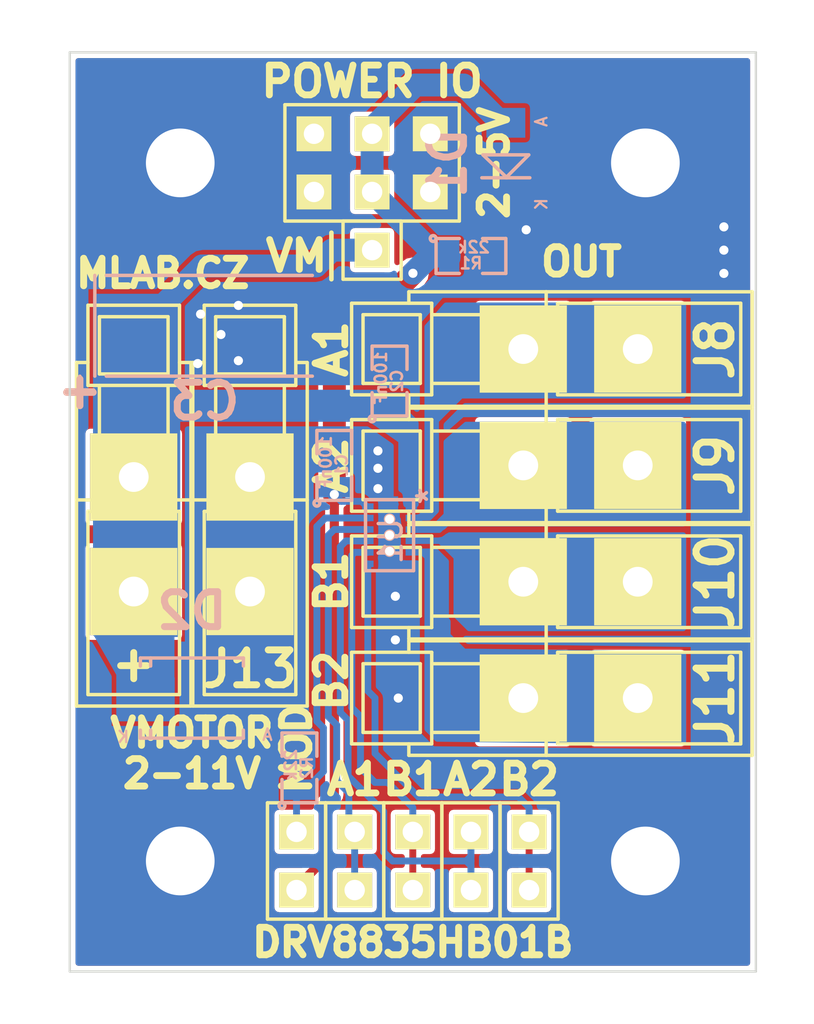
<source format=kicad_pcb>
(kicad_pcb (version 4) (host pcbnew 0.201601041403+6416~40~ubuntu15.10.1-stable)

  (general
    (links 55)
    (no_connects 0)
    (area -2.794 -43.677544 32.766001 2.032001)
    (thickness 1.6)
    (drawings 23)
    (tracks 143)
    (zones 0)
    (modules 25)
    (nets 13)
  )

  (page A4)
  (layers
    (0 F.Cu signal)
    (31 B.Cu signal)
    (32 B.Adhes user)
    (33 F.Adhes user)
    (34 B.Paste user)
    (35 F.Paste user)
    (36 B.SilkS user)
    (37 F.SilkS user)
    (38 B.Mask user)
    (39 F.Mask user)
    (40 Dwgs.User user)
    (41 Cmts.User user)
    (42 Eco1.User user)
    (43 Eco2.User user)
    (44 Edge.Cuts user)
    (45 Margin user)
    (46 B.CrtYd user)
    (47 F.CrtYd user)
    (48 B.Fab user)
    (49 F.Fab user)
  )

  (setup
    (last_trace_width 0.25)
    (user_trace_width 0.2)
    (user_trace_width 0.3)
    (user_trace_width 0.4)
    (user_trace_width 0.5)
    (user_trace_width 1)
    (trace_clearance 0.2)
    (zone_clearance 0.2)
    (zone_45_only no)
    (trace_min 0.2)
    (segment_width 0.2)
    (edge_width 0.1)
    (via_size 0.6)
    (via_drill 0.4)
    (via_min_size 0.4)
    (via_min_drill 0.3)
    (uvia_size 0.3)
    (uvia_drill 0.1)
    (uvias_allowed no)
    (uvia_min_size 0.2)
    (uvia_min_drill 0.1)
    (pcb_text_width 0.3)
    (pcb_text_size 1.5 1.5)
    (mod_edge_width 0.15)
    (mod_text_size 1 1)
    (mod_text_width 0.15)
    (pad_size 1.5 1.5)
    (pad_drill 0.6)
    (pad_to_mask_clearance 0)
    (aux_axis_origin 0 0)
    (visible_elements 7FFFFF7F)
    (pcbplotparams
      (layerselection 0x010f0_ffffffff)
      (usegerberextensions false)
      (excludeedgelayer true)
      (linewidth 0.300000)
      (plotframeref false)
      (viasonmask false)
      (mode 1)
      (useauxorigin false)
      (hpglpennumber 1)
      (hpglpenspeed 20)
      (hpglpendiameter 15)
      (hpglpenoverlay 2)
      (psnegative false)
      (psa4output false)
      (plotreference true)
      (plotvalue true)
      (plotinvisibletext false)
      (padsonsilk false)
      (subtractmaskfromsilk false)
      (outputformat 1)
      (mirror false)
      (drillshape 0)
      (scaleselection 1)
      (outputdirectory ../CAM_PROFI/))
  )

  (net 0 "")
  (net 1 VCC)
  (net 2 GND)
  (net 3 /VM)
  (net 4 /AIN1)
  (net 5 /AIN2)
  (net 6 /BIN1)
  (net 7 /BIN2)
  (net 8 "Net-(J7-Pad1)")
  (net 9 /AOUT1)
  (net 10 /AOUT2)
  (net 11 /BOUT1)
  (net 12 /BOUT2)

  (net_class Default "Toto je výchozí třída sítě."
    (clearance 0.2)
    (trace_width 0.25)
    (via_dia 0.6)
    (via_drill 0.4)
    (uvia_dia 0.3)
    (uvia_drill 0.1)
    (add_net /AIN1)
    (add_net /AIN2)
    (add_net /AOUT1)
    (add_net /AOUT2)
    (add_net /BIN1)
    (add_net /BIN2)
    (add_net /BOUT1)
    (add_net /BOUT2)
    (add_net /VM)
    (add_net GND)
    (add_net "Net-(J7-Pad1)")
    (add_net VCC)
  )

  (module Mlab_R:SMD-0805 (layer B.Cu) (tedit 54799E0C) (tstamp 568A44DD)
    (at 14.224 -26.035 90)
    (path /568A668C)
    (attr smd)
    (fp_text reference C2 (at 0 0.3175 90) (layer B.SilkS)
      (effects (font (size 0.50038 0.50038) (thickness 0.10922)) (justify mirror))
    )
    (fp_text value 100nF (at 0.127 -0.381 90) (layer B.SilkS)
      (effects (font (size 0.50038 0.50038) (thickness 0.10922)) (justify mirror))
    )
    (fp_circle (center -1.651 -0.762) (end -1.651 -0.635) (layer B.SilkS) (width 0.15))
    (fp_line (start -0.508 -0.762) (end -1.524 -0.762) (layer B.SilkS) (width 0.15))
    (fp_line (start -1.524 -0.762) (end -1.524 0.762) (layer B.SilkS) (width 0.15))
    (fp_line (start -1.524 0.762) (end -0.508 0.762) (layer B.SilkS) (width 0.15))
    (fp_line (start 0.508 0.762) (end 1.524 0.762) (layer B.SilkS) (width 0.15))
    (fp_line (start 1.524 0.762) (end 1.524 -0.762) (layer B.SilkS) (width 0.15))
    (fp_line (start 1.524 -0.762) (end 0.508 -0.762) (layer B.SilkS) (width 0.15))
    (pad 1 smd rect (at -0.9525 0 90) (size 0.889 1.397) (layers B.Cu B.Paste B.Mask)
      (net 3 /VM))
    (pad 2 smd rect (at 0.9525 0 90) (size 0.889 1.397) (layers B.Cu B.Paste B.Mask)
      (net 2 GND))
    (model MLAB_3D/Resistors/chip_cms.wrl
      (at (xyz 0 0 0))
      (scale (xyz 0.1 0.1 0.1))
      (rotate (xyz 0 0 0))
    )
  )

  (module Mlab_C:TantalC_SizeD_Reflow (layer B.Cu) (tedit 54BBE3ED) (tstamp 568A44E3)
    (at 6.35 -28.448)
    (descr "Tantal Cap. , Size D, EIA-7343, Reflow,")
    (tags "Tantal Cap. , Size D, EIA-7343, Reflow,")
    (path /568A6840)
    (attr smd)
    (fp_text reference C3 (at -0.20066 3.29946) (layer B.SilkS)
      (effects (font (thickness 0.3048)) (justify mirror))
    )
    (fp_text value 100uF (at -0.09906 -3.59918) (layer B.SilkS) hide
      (effects (font (thickness 0.3048)) (justify mirror))
    )
    (fp_line (start -5.00126 2.19964) (end -5.00126 -2.19964) (layer B.SilkS) (width 0.15))
    (fp_line (start -4.50088 -2.19964) (end 4.50088 -2.19964) (layer B.SilkS) (width 0.15))
    (fp_line (start 4.50088 2.19964) (end -4.50088 2.19964) (layer B.SilkS) (width 0.15))
    (fp_text user + (at -5.6515 2.79908) (layer B.SilkS)
      (effects (font (thickness 0.3048)) (justify mirror))
    )
    (fp_line (start -5.65404 3.302) (end -5.65404 2.20218) (layer B.SilkS) (width 0.15))
    (fp_line (start -6.25348 2.80162) (end -5.0546 2.80162) (layer B.SilkS) (width 0.15))
    (pad 2 smd rect (at 3.175 0) (size 2.55016 2.70002) (layers B.Cu B.Paste B.Mask)
      (net 2 GND))
    (pad 1 smd rect (at -3.175 0) (size 2.55016 2.70002) (layers B.Cu B.Paste B.Mask)
      (net 3 /VM))
    (model MLAB_3D/Capacitors/c_tant_D.wrl
      (at (xyz 0 0 0))
      (scale (xyz 1 1 1))
      (rotate (xyz 0 0 180))
    )
  )

  (module Mlab_D:Diode-MiniMELF_Standard (layer B.Cu) (tedit 547999ED) (tstamp 568A44E9)
    (at 19.304 -35.56 270)
    (descr "Diode Mini-MELF Standard")
    (tags "Diode Mini-MELF Standard")
    (path /568A4616)
    (attr smd)
    (fp_text reference D1 (at 0 2.54 270) (layer B.SilkS)
      (effects (font (thickness 0.3048)) (justify mirror))
    )
    (fp_text value BZV55C-5,6V (at 0 -3.81 270) (layer B.SilkS) hide
      (effects (font (thickness 0.3048)) (justify mirror))
    )
    (fp_line (start 0.65024 -0.0508) (end -0.35052 1.00076) (layer B.SilkS) (width 0.15))
    (fp_line (start -0.35052 1.00076) (end -0.35052 -1.00076) (layer B.SilkS) (width 0.15))
    (fp_line (start -0.35052 -1.00076) (end 0.65024 0) (layer B.SilkS) (width 0.15))
    (fp_line (start 0.65024 1.04902) (end 0.65024 -1.04902) (layer B.SilkS) (width 0.15))
    (fp_text user A (at -1.80086 -1.5494 270) (layer B.SilkS)
      (effects (font (size 0.50038 0.50038) (thickness 0.09906)) (justify mirror))
    )
    (fp_text user K (at 1.80086 -1.5494 270) (layer B.SilkS)
      (effects (font (size 0.50038 0.50038) (thickness 0.09906)) (justify mirror))
    )
    (fp_circle (center 0 0) (end 0 -0.55118) (layer B.Adhes) (width 0.381))
    (fp_circle (center 0 0) (end 0 -0.20066) (layer B.Adhes) (width 0.381))
    (pad 1 smd rect (at -1.75006 0 270) (size 1.30048 1.69926) (layers B.Cu B.Paste B.Mask)
      (net 1 VCC))
    (pad 2 smd rect (at 1.75006 0 270) (size 1.30048 1.69926) (layers B.Cu B.Paste B.Mask)
      (net 2 GND))
    (model MLAB_3D/Diodes/MiniMELF_DO213AA.wrl
      (at (xyz 0 0 0))
      (scale (xyz 0.3937 0.3937 0.3937))
      (rotate (xyz 0 0 0))
    )
  )

  (module Mlab_D:Diode-SMA_Standard (layer B.Cu) (tedit 54799A7E) (tstamp 568A44EF)
    (at 5.588 -12.192 180)
    (descr "Diode SMA")
    (tags "Diode SMA")
    (path /568A6E08)
    (attr smd)
    (fp_text reference D2 (at 0 3.81 180) (layer B.SilkS)
      (effects (font (thickness 0.3048)) (justify mirror))
    )
    (fp_text value M4 (at 0 -3.81 180) (layer B.SilkS) hide
      (effects (font (thickness 0.3048)) (justify mirror))
    )
    (fp_text user A (at -3.29946 -1.6002 180) (layer B.SilkS)
      (effects (font (size 0.50038 0.50038) (thickness 0.09906)) (justify mirror))
    )
    (fp_text user K (at 2.99974 -1.69926 180) (layer B.SilkS)
      (effects (font (size 0.50038 0.50038) (thickness 0.09906)) (justify mirror))
    )
    (fp_circle (center 0 0) (end 0.20066 0.0508) (layer B.Adhes) (width 0.381))
    (fp_line (start 1.80086 -1.75006) (end 1.80086 -1.39954) (layer B.SilkS) (width 0.15))
    (fp_line (start 1.80086 1.75006) (end 1.80086 1.39954) (layer B.SilkS) (width 0.15))
    (fp_line (start 2.25044 -1.75006) (end 2.25044 -1.39954) (layer B.SilkS) (width 0.15))
    (fp_line (start -2.25044 -1.75006) (end -2.25044 -1.39954) (layer B.SilkS) (width 0.15))
    (fp_line (start -2.25044 1.75006) (end -2.25044 1.39954) (layer B.SilkS) (width 0.15))
    (fp_line (start 2.25044 1.75006) (end 2.25044 1.39954) (layer B.SilkS) (width 0.15))
    (fp_line (start -2.25044 -1.75006) (end 2.25044 -1.75006) (layer B.SilkS) (width 0.15))
    (fp_line (start -2.25044 1.75006) (end 2.25044 1.75006) (layer B.SilkS) (width 0.15))
    (pad 1 smd rect (at -1.99898 0 180) (size 2.49936 1.80086) (layers B.Cu B.Paste B.Mask)
      (net 2 GND))
    (pad 2 smd rect (at 1.99898 0 180) (size 2.49936 1.80086) (layers B.Cu B.Paste B.Mask)
      (net 3 /VM))
    (model MLAB_3D/Diodes/SMA.wrl
      (at (xyz 0 0 0))
      (scale (xyz 0.3937 0.3937 0.3937))
      (rotate (xyz 0 0 0))
    )
  )

  (module Mlab_Pin_Headers:Straight_2x03 (layer F.Cu) (tedit 568A700B) (tstamp 568A44F9)
    (at 13.462 -35.56 90)
    (descr "pin header straight 2x03")
    (tags "pin header straight 2x03")
    (path /568A41E0)
    (fp_text reference J1 (at 0 -5.08 90) (layer F.SilkS) hide
      (effects (font (size 1.5 1.5) (thickness 0.15)))
    )
    (fp_text value JUMP_3X2 (at 0 5.08 90) (layer F.SilkS) hide
      (effects (font (size 1.5 1.5) (thickness 0.15)))
    )
    (fp_text user 1 (at -2.921 -2.54 90) (layer F.SilkS) hide
      (effects (font (size 0.5 0.5) (thickness 0.05)))
    )
    (fp_line (start -2.54 -3.81) (end 2.54 -3.81) (layer F.SilkS) (width 0.15))
    (fp_line (start 2.54 -3.81) (end 2.54 3.81) (layer F.SilkS) (width 0.15))
    (fp_line (start 2.54 3.81) (end -2.54 3.81) (layer F.SilkS) (width 0.15))
    (fp_line (start -2.54 3.81) (end -2.54 -3.81) (layer F.SilkS) (width 0.15))
    (pad 1 thru_hole rect (at -1.27 -2.54 90) (size 1.524 1.524) (drill 0.889) (layers *.Cu *.Mask F.SilkS)
      (net 2 GND))
    (pad 2 thru_hole rect (at 1.27 -2.54 90) (size 1.524 1.524) (drill 0.889) (layers *.Cu *.Mask F.SilkS)
      (net 2 GND))
    (pad 3 thru_hole rect (at -1.27 0 90) (size 1.524 1.524) (drill 0.889) (layers *.Cu *.Mask F.SilkS)
      (net 1 VCC))
    (pad 4 thru_hole rect (at 1.27 0 90) (size 1.524 1.524) (drill 0.889) (layers *.Cu *.Mask F.SilkS)
      (net 1 VCC))
    (pad 5 thru_hole rect (at -1.27 2.54 90) (size 1.524 1.524) (drill 0.889) (layers *.Cu *.Mask F.SilkS)
      (net 2 GND))
    (pad 6 thru_hole rect (at 1.27 2.54 90) (size 1.524 1.524) (drill 0.889) (layers *.Cu *.Mask F.SilkS)
      (net 2 GND))
    (model Pin_Headers/Pin_Header_Straight_2x03.wrl
      (at (xyz 0 0 0))
      (scale (xyz 1 1 1))
      (rotate (xyz 0 0 90))
    )
  )

  (module Mlab_Pin_Headers:Straight_2x01 (layer F.Cu) (tedit 5545E8D2) (tstamp 568A4504)
    (at 12.7 -5.08 90)
    (descr "pin header straight 2x01")
    (tags "pin header straight 2x01")
    (path /568A395F)
    (fp_text reference J3 (at 0 -2.54 90) (layer F.SilkS) hide
      (effects (font (size 1.5 1.5) (thickness 0.15)))
    )
    (fp_text value JUMP_2x1 (at 0 2.54 90) (layer F.SilkS) hide
      (effects (font (size 1.5 1.5) (thickness 0.15)))
    )
    (fp_line (start -2.54 -1.27) (end 2.54 -1.27) (layer F.SilkS) (width 0.15))
    (fp_line (start 2.54 -1.27) (end 2.54 1.27) (layer F.SilkS) (width 0.15))
    (fp_line (start 2.54 1.27) (end -2.54 1.27) (layer F.SilkS) (width 0.15))
    (fp_line (start -2.54 1.27) (end -2.54 -1.27) (layer F.SilkS) (width 0.15))
    (pad 1 thru_hole rect (at -1.27 0 90) (size 1.524 1.524) (drill 0.889) (layers *.Cu *.Mask F.SilkS)
      (net 4 /AIN1))
    (pad 2 thru_hole rect (at 1.27 0 90) (size 1.524 1.524) (drill 0.889) (layers *.Cu *.Mask F.SilkS)
      (net 4 /AIN1))
    (model Pin_Headers/Pin_Header_Straight_2x01.wrl
      (at (xyz 0 0 0))
      (scale (xyz 1 1 1))
      (rotate (xyz 0 0 90))
    )
  )

  (module Mlab_Pin_Headers:Straight_2x01 (layer F.Cu) (tedit 5545E8D2) (tstamp 568A450A)
    (at 17.78 -5.08 90)
    (descr "pin header straight 2x01")
    (tags "pin header straight 2x01")
    (path /568A3AB6)
    (fp_text reference J4 (at 0 -2.54 90) (layer F.SilkS) hide
      (effects (font (size 1.5 1.5) (thickness 0.15)))
    )
    (fp_text value JUMP_2x1 (at 0 2.54 90) (layer F.SilkS) hide
      (effects (font (size 1.5 1.5) (thickness 0.15)))
    )
    (fp_line (start -2.54 -1.27) (end 2.54 -1.27) (layer F.SilkS) (width 0.15))
    (fp_line (start 2.54 -1.27) (end 2.54 1.27) (layer F.SilkS) (width 0.15))
    (fp_line (start 2.54 1.27) (end -2.54 1.27) (layer F.SilkS) (width 0.15))
    (fp_line (start -2.54 1.27) (end -2.54 -1.27) (layer F.SilkS) (width 0.15))
    (pad 1 thru_hole rect (at -1.27 0 90) (size 1.524 1.524) (drill 0.889) (layers *.Cu *.Mask F.SilkS)
      (net 5 /AIN2))
    (pad 2 thru_hole rect (at 1.27 0 90) (size 1.524 1.524) (drill 0.889) (layers *.Cu *.Mask F.SilkS)
      (net 5 /AIN2))
    (model Pin_Headers/Pin_Header_Straight_2x01.wrl
      (at (xyz 0 0 0))
      (scale (xyz 1 1 1))
      (rotate (xyz 0 0 90))
    )
  )

  (module Mlab_Pin_Headers:Straight_2x01 (layer F.Cu) (tedit 5545E8D2) (tstamp 568A4510)
    (at 15.24 -5.08 90)
    (descr "pin header straight 2x01")
    (tags "pin header straight 2x01")
    (path /568A3ADE)
    (fp_text reference J5 (at 0 -2.54 90) (layer F.SilkS) hide
      (effects (font (size 1.5 1.5) (thickness 0.15)))
    )
    (fp_text value JUMP_2x1 (at 0 2.54 90) (layer F.SilkS) hide
      (effects (font (size 1.5 1.5) (thickness 0.15)))
    )
    (fp_line (start -2.54 -1.27) (end 2.54 -1.27) (layer F.SilkS) (width 0.15))
    (fp_line (start 2.54 -1.27) (end 2.54 1.27) (layer F.SilkS) (width 0.15))
    (fp_line (start 2.54 1.27) (end -2.54 1.27) (layer F.SilkS) (width 0.15))
    (fp_line (start -2.54 1.27) (end -2.54 -1.27) (layer F.SilkS) (width 0.15))
    (pad 1 thru_hole rect (at -1.27 0 90) (size 1.524 1.524) (drill 0.889) (layers *.Cu *.Mask F.SilkS)
      (net 6 /BIN1))
    (pad 2 thru_hole rect (at 1.27 0 90) (size 1.524 1.524) (drill 0.889) (layers *.Cu *.Mask F.SilkS)
      (net 6 /BIN1))
    (model Pin_Headers/Pin_Header_Straight_2x01.wrl
      (at (xyz 0 0 0))
      (scale (xyz 1 1 1))
      (rotate (xyz 0 0 90))
    )
  )

  (module Mlab_Pin_Headers:Straight_2x01 (layer F.Cu) (tedit 5545E8D2) (tstamp 568A4516)
    (at 20.32 -5.08 90)
    (descr "pin header straight 2x01")
    (tags "pin header straight 2x01")
    (path /568A3B04)
    (fp_text reference J6 (at 0 -2.54 90) (layer F.SilkS) hide
      (effects (font (size 1.5 1.5) (thickness 0.15)))
    )
    (fp_text value JUMP_2x1 (at 0 2.54 90) (layer F.SilkS) hide
      (effects (font (size 1.5 1.5) (thickness 0.15)))
    )
    (fp_line (start -2.54 -1.27) (end 2.54 -1.27) (layer F.SilkS) (width 0.15))
    (fp_line (start 2.54 -1.27) (end 2.54 1.27) (layer F.SilkS) (width 0.15))
    (fp_line (start 2.54 1.27) (end -2.54 1.27) (layer F.SilkS) (width 0.15))
    (fp_line (start -2.54 1.27) (end -2.54 -1.27) (layer F.SilkS) (width 0.15))
    (pad 1 thru_hole rect (at -1.27 0 90) (size 1.524 1.524) (drill 0.889) (layers *.Cu *.Mask F.SilkS)
      (net 7 /BIN2))
    (pad 2 thru_hole rect (at 1.27 0 90) (size 1.524 1.524) (drill 0.889) (layers *.Cu *.Mask F.SilkS)
      (net 7 /BIN2))
    (model Pin_Headers/Pin_Header_Straight_2x01.wrl
      (at (xyz 0 0 0))
      (scale (xyz 1 1 1))
      (rotate (xyz 0 0 90))
    )
  )

  (module Mlab_Pin_Headers:Straight_2x01 (layer F.Cu) (tedit 5545E8D2) (tstamp 568A451C)
    (at 10.16 -5.08 270)
    (descr "pin header straight 2x01")
    (tags "pin header straight 2x01")
    (path /568A534D)
    (fp_text reference J7 (at 0 -2.54 270) (layer F.SilkS) hide
      (effects (font (size 1.5 1.5) (thickness 0.15)))
    )
    (fp_text value JUMP2_2x1 (at 0 2.54 270) (layer F.SilkS) hide
      (effects (font (size 1.5 1.5) (thickness 0.15)))
    )
    (fp_line (start -2.54 -1.27) (end 2.54 -1.27) (layer F.SilkS) (width 0.15))
    (fp_line (start 2.54 -1.27) (end 2.54 1.27) (layer F.SilkS) (width 0.15))
    (fp_line (start 2.54 1.27) (end -2.54 1.27) (layer F.SilkS) (width 0.15))
    (fp_line (start -2.54 1.27) (end -2.54 -1.27) (layer F.SilkS) (width 0.15))
    (pad 1 thru_hole rect (at -1.27 0 270) (size 1.524 1.524) (drill 0.889) (layers *.Cu *.Mask F.SilkS)
      (net 8 "Net-(J7-Pad1)"))
    (pad 2 thru_hole rect (at 1.27 0 270) (size 1.524 1.524) (drill 0.889) (layers *.Cu *.Mask F.SilkS)
      (net 1 VCC))
    (model Pin_Headers/Pin_Header_Straight_2x01.wrl
      (at (xyz 0 0 0))
      (scale (xyz 1 1 1))
      (rotate (xyz 0 0 90))
    )
  )

  (module Mlab_Con:WAGO256 (layer F.Cu) (tedit 564C6037) (tstamp 568A4522)
    (at 22.606 -27.432 180)
    (descr "WAGO-Series 236, 2Stift, 1pol, RM 5mm,")
    (tags "WAGO-Series 236, 2Stift, 1pol, RM 5mm, Anreibare Leiterplattenklemme")
    (path /568A344A)
    (fp_text reference J8 (at -5.842 0 270) (layer F.SilkS)
      (effects (font (thickness 0.3048)))
    )
    (fp_text value WAGO256 (at 0.254 4.064 180) (layer F.SilkS) hide
      (effects (font (thickness 0.3048)))
    )
    (fp_line (start 7.54 2.5) (end 7.54 2) (layer F.SilkS) (width 0.15))
    (fp_line (start 7.54 -2) (end 7.54 -2.5) (layer F.SilkS) (width 0.15))
    (fp_line (start 1.54 2.5001) (end 1.54 -2.5001) (layer F.SilkS) (width 0.15))
    (fp_line (start -7.46 2.5001) (end -7.46 -2.5001) (layer F.SilkS) (width 0.15))
    (fp_line (start 9.54 1.501) (end 9.54 -1.501) (layer F.SilkS) (width 0.15))
    (fp_line (start 7.0401 1.501) (end 7.0401 -1.501) (layer F.SilkS) (width 0.15))
    (fp_line (start 10.0401 -2) (end 10.0401 2) (layer F.SilkS) (width 0.15))
    (fp_line (start 6.54 -2) (end 6.54 2) (layer F.SilkS) (width 0.15))
    (fp_line (start 3.54 1.5001) (end 3.54 -1.5001) (layer F.SilkS) (width 0.15))
    (fp_line (start 1.0399 -2) (end 1.0399 2) (layer F.SilkS) (width 0.15))
    (fp_line (start -6.9601 2) (end -6.9601 -2) (layer F.SilkS) (width 0.15))
    (fp_line (start 1.0399 1) (end 1.54 1) (layer F.SilkS) (width 0.15))
    (fp_line (start 7.0401 1.5) (end 9.54 1.5) (layer F.SilkS) (width 0.15))
    (fp_line (start 6.54 2) (end 10.0401 2) (layer F.SilkS) (width 0.15))
    (fp_line (start 1.0399 -1) (end 1.54 -1) (layer F.SilkS) (width 0.15))
    (fp_line (start 7.0401 -1.5) (end 9.54 -1.5) (layer F.SilkS) (width 0.15))
    (fp_line (start 6.54 -2) (end 10.041 -2) (layer F.SilkS) (width 0.15))
    (fp_line (start 3.54 1.5) (end 6.54 1.5) (layer F.SilkS) (width 0.15))
    (fp_line (start -6.9601 2) (end 1.0399 2) (layer F.SilkS) (width 0.15))
    (fp_line (start 1.54 2.5) (end 7.54 2.5) (layer F.SilkS) (width 0.15))
    (fp_line (start 3.54 -1.5) (end 6.54 -1.5) (layer F.SilkS) (width 0.15))
    (fp_line (start -6.9601 -2) (end 1.0399 -2) (layer F.SilkS) (width 0.15))
    (fp_line (start 1.54 -2.5) (end 7.54 -2.5) (layer F.SilkS) (width 0.15))
    (fp_line (start 1.54 2.5) (end -7.46 2.5) (layer F.SilkS) (width 0.15))
    (fp_line (start -7.46 -2.5) (end 1.54 -2.5) (layer F.SilkS) (width 0.15))
    (pad 1 thru_hole rect (at -2.46 0 270) (size 3.81 3.81) (drill 1.3) (layers *.Cu *.Mask F.SilkS)
      (net 9 /AOUT1))
    (pad 1 thru_hole rect (at 2.54 0 270) (size 3.81 3.81) (drill 1.3) (layers *.Cu *.Mask F.SilkS)
      (net 9 /AOUT1))
  )

  (module Mlab_Con:WAGO256 (layer F.Cu) (tedit 564C6037) (tstamp 568A4528)
    (at 22.606 -22.352 180)
    (descr "WAGO-Series 236, 2Stift, 1pol, RM 5mm,")
    (tags "WAGO-Series 236, 2Stift, 1pol, RM 5mm, Anreibare Leiterplattenklemme")
    (path /568A3515)
    (fp_text reference J9 (at -5.842 0 270) (layer F.SilkS)
      (effects (font (thickness 0.3048)))
    )
    (fp_text value WAGO256 (at 0.254 4.064 180) (layer F.SilkS) hide
      (effects (font (thickness 0.3048)))
    )
    (fp_line (start 7.54 2.5) (end 7.54 2) (layer F.SilkS) (width 0.15))
    (fp_line (start 7.54 -2) (end 7.54 -2.5) (layer F.SilkS) (width 0.15))
    (fp_line (start 1.54 2.5001) (end 1.54 -2.5001) (layer F.SilkS) (width 0.15))
    (fp_line (start -7.46 2.5001) (end -7.46 -2.5001) (layer F.SilkS) (width 0.15))
    (fp_line (start 9.54 1.501) (end 9.54 -1.501) (layer F.SilkS) (width 0.15))
    (fp_line (start 7.0401 1.501) (end 7.0401 -1.501) (layer F.SilkS) (width 0.15))
    (fp_line (start 10.0401 -2) (end 10.0401 2) (layer F.SilkS) (width 0.15))
    (fp_line (start 6.54 -2) (end 6.54 2) (layer F.SilkS) (width 0.15))
    (fp_line (start 3.54 1.5001) (end 3.54 -1.5001) (layer F.SilkS) (width 0.15))
    (fp_line (start 1.0399 -2) (end 1.0399 2) (layer F.SilkS) (width 0.15))
    (fp_line (start -6.9601 2) (end -6.9601 -2) (layer F.SilkS) (width 0.15))
    (fp_line (start 1.0399 1) (end 1.54 1) (layer F.SilkS) (width 0.15))
    (fp_line (start 7.0401 1.5) (end 9.54 1.5) (layer F.SilkS) (width 0.15))
    (fp_line (start 6.54 2) (end 10.0401 2) (layer F.SilkS) (width 0.15))
    (fp_line (start 1.0399 -1) (end 1.54 -1) (layer F.SilkS) (width 0.15))
    (fp_line (start 7.0401 -1.5) (end 9.54 -1.5) (layer F.SilkS) (width 0.15))
    (fp_line (start 6.54 -2) (end 10.041 -2) (layer F.SilkS) (width 0.15))
    (fp_line (start 3.54 1.5) (end 6.54 1.5) (layer F.SilkS) (width 0.15))
    (fp_line (start -6.9601 2) (end 1.0399 2) (layer F.SilkS) (width 0.15))
    (fp_line (start 1.54 2.5) (end 7.54 2.5) (layer F.SilkS) (width 0.15))
    (fp_line (start 3.54 -1.5) (end 6.54 -1.5) (layer F.SilkS) (width 0.15))
    (fp_line (start -6.9601 -2) (end 1.0399 -2) (layer F.SilkS) (width 0.15))
    (fp_line (start 1.54 -2.5) (end 7.54 -2.5) (layer F.SilkS) (width 0.15))
    (fp_line (start 1.54 2.5) (end -7.46 2.5) (layer F.SilkS) (width 0.15))
    (fp_line (start -7.46 -2.5) (end 1.54 -2.5) (layer F.SilkS) (width 0.15))
    (pad 1 thru_hole rect (at -2.46 0 270) (size 3.81 3.81) (drill 1.3) (layers *.Cu *.Mask F.SilkS)
      (net 10 /AOUT2))
    (pad 1 thru_hole rect (at 2.54 0 270) (size 3.81 3.81) (drill 1.3) (layers *.Cu *.Mask F.SilkS)
      (net 10 /AOUT2))
  )

  (module Mlab_Con:WAGO256 (layer F.Cu) (tedit 564C6037) (tstamp 568A452E)
    (at 22.606 -17.272 180)
    (descr "WAGO-Series 236, 2Stift, 1pol, RM 5mm,")
    (tags "WAGO-Series 236, 2Stift, 1pol, RM 5mm, Anreibare Leiterplattenklemme")
    (path /568A3533)
    (fp_text reference J10 (at -5.842 0 270) (layer F.SilkS)
      (effects (font (thickness 0.3048)))
    )
    (fp_text value WAGO256 (at 0.254 4.064 180) (layer F.SilkS) hide
      (effects (font (thickness 0.3048)))
    )
    (fp_line (start 7.54 2.5) (end 7.54 2) (layer F.SilkS) (width 0.15))
    (fp_line (start 7.54 -2) (end 7.54 -2.5) (layer F.SilkS) (width 0.15))
    (fp_line (start 1.54 2.5001) (end 1.54 -2.5001) (layer F.SilkS) (width 0.15))
    (fp_line (start -7.46 2.5001) (end -7.46 -2.5001) (layer F.SilkS) (width 0.15))
    (fp_line (start 9.54 1.501) (end 9.54 -1.501) (layer F.SilkS) (width 0.15))
    (fp_line (start 7.0401 1.501) (end 7.0401 -1.501) (layer F.SilkS) (width 0.15))
    (fp_line (start 10.0401 -2) (end 10.0401 2) (layer F.SilkS) (width 0.15))
    (fp_line (start 6.54 -2) (end 6.54 2) (layer F.SilkS) (width 0.15))
    (fp_line (start 3.54 1.5001) (end 3.54 -1.5001) (layer F.SilkS) (width 0.15))
    (fp_line (start 1.0399 -2) (end 1.0399 2) (layer F.SilkS) (width 0.15))
    (fp_line (start -6.9601 2) (end -6.9601 -2) (layer F.SilkS) (width 0.15))
    (fp_line (start 1.0399 1) (end 1.54 1) (layer F.SilkS) (width 0.15))
    (fp_line (start 7.0401 1.5) (end 9.54 1.5) (layer F.SilkS) (width 0.15))
    (fp_line (start 6.54 2) (end 10.0401 2) (layer F.SilkS) (width 0.15))
    (fp_line (start 1.0399 -1) (end 1.54 -1) (layer F.SilkS) (width 0.15))
    (fp_line (start 7.0401 -1.5) (end 9.54 -1.5) (layer F.SilkS) (width 0.15))
    (fp_line (start 6.54 -2) (end 10.041 -2) (layer F.SilkS) (width 0.15))
    (fp_line (start 3.54 1.5) (end 6.54 1.5) (layer F.SilkS) (width 0.15))
    (fp_line (start -6.9601 2) (end 1.0399 2) (layer F.SilkS) (width 0.15))
    (fp_line (start 1.54 2.5) (end 7.54 2.5) (layer F.SilkS) (width 0.15))
    (fp_line (start 3.54 -1.5) (end 6.54 -1.5) (layer F.SilkS) (width 0.15))
    (fp_line (start -6.9601 -2) (end 1.0399 -2) (layer F.SilkS) (width 0.15))
    (fp_line (start 1.54 -2.5) (end 7.54 -2.5) (layer F.SilkS) (width 0.15))
    (fp_line (start 1.54 2.5) (end -7.46 2.5) (layer F.SilkS) (width 0.15))
    (fp_line (start -7.46 -2.5) (end 1.54 -2.5) (layer F.SilkS) (width 0.15))
    (pad 1 thru_hole rect (at -2.46 0 270) (size 3.81 3.81) (drill 1.3) (layers *.Cu *.Mask F.SilkS)
      (net 11 /BOUT1))
    (pad 1 thru_hole rect (at 2.54 0 270) (size 3.81 3.81) (drill 1.3) (layers *.Cu *.Mask F.SilkS)
      (net 11 /BOUT1))
  )

  (module Mlab_Con:WAGO256 (layer F.Cu) (tedit 564C6037) (tstamp 568A4534)
    (at 22.606 -12.192 180)
    (descr "WAGO-Series 236, 2Stift, 1pol, RM 5mm,")
    (tags "WAGO-Series 236, 2Stift, 1pol, RM 5mm, Anreibare Leiterplattenklemme")
    (path /568A3553)
    (fp_text reference J11 (at -5.842 0 270) (layer F.SilkS)
      (effects (font (thickness 0.3048)))
    )
    (fp_text value WAGO256 (at 0.254 4.064 180) (layer F.SilkS) hide
      (effects (font (thickness 0.3048)))
    )
    (fp_line (start 7.54 2.5) (end 7.54 2) (layer F.SilkS) (width 0.15))
    (fp_line (start 7.54 -2) (end 7.54 -2.5) (layer F.SilkS) (width 0.15))
    (fp_line (start 1.54 2.5001) (end 1.54 -2.5001) (layer F.SilkS) (width 0.15))
    (fp_line (start -7.46 2.5001) (end -7.46 -2.5001) (layer F.SilkS) (width 0.15))
    (fp_line (start 9.54 1.501) (end 9.54 -1.501) (layer F.SilkS) (width 0.15))
    (fp_line (start 7.0401 1.501) (end 7.0401 -1.501) (layer F.SilkS) (width 0.15))
    (fp_line (start 10.0401 -2) (end 10.0401 2) (layer F.SilkS) (width 0.15))
    (fp_line (start 6.54 -2) (end 6.54 2) (layer F.SilkS) (width 0.15))
    (fp_line (start 3.54 1.5001) (end 3.54 -1.5001) (layer F.SilkS) (width 0.15))
    (fp_line (start 1.0399 -2) (end 1.0399 2) (layer F.SilkS) (width 0.15))
    (fp_line (start -6.9601 2) (end -6.9601 -2) (layer F.SilkS) (width 0.15))
    (fp_line (start 1.0399 1) (end 1.54 1) (layer F.SilkS) (width 0.15))
    (fp_line (start 7.0401 1.5) (end 9.54 1.5) (layer F.SilkS) (width 0.15))
    (fp_line (start 6.54 2) (end 10.0401 2) (layer F.SilkS) (width 0.15))
    (fp_line (start 1.0399 -1) (end 1.54 -1) (layer F.SilkS) (width 0.15))
    (fp_line (start 7.0401 -1.5) (end 9.54 -1.5) (layer F.SilkS) (width 0.15))
    (fp_line (start 6.54 -2) (end 10.041 -2) (layer F.SilkS) (width 0.15))
    (fp_line (start 3.54 1.5) (end 6.54 1.5) (layer F.SilkS) (width 0.15))
    (fp_line (start -6.9601 2) (end 1.0399 2) (layer F.SilkS) (width 0.15))
    (fp_line (start 1.54 2.5) (end 7.54 2.5) (layer F.SilkS) (width 0.15))
    (fp_line (start 3.54 -1.5) (end 6.54 -1.5) (layer F.SilkS) (width 0.15))
    (fp_line (start -6.9601 -2) (end 1.0399 -2) (layer F.SilkS) (width 0.15))
    (fp_line (start 1.54 -2.5) (end 7.54 -2.5) (layer F.SilkS) (width 0.15))
    (fp_line (start 1.54 2.5) (end -7.46 2.5) (layer F.SilkS) (width 0.15))
    (fp_line (start -7.46 -2.5) (end 1.54 -2.5) (layer F.SilkS) (width 0.15))
    (pad 1 thru_hole rect (at -2.46 0 270) (size 3.81 3.81) (drill 1.3) (layers *.Cu *.Mask F.SilkS)
      (net 12 /BOUT2))
    (pad 1 thru_hole rect (at 2.54 0 270) (size 3.81 3.81) (drill 1.3) (layers *.Cu *.Mask F.SilkS)
      (net 12 /BOUT2))
  )

  (module Mlab_Con:WAGO256 (layer F.Cu) (tedit 568A7239) (tstamp 568A453A)
    (at 3.048 -19.304 90)
    (descr "WAGO-Series 236, 2Stift, 1pol, RM 5mm,")
    (tags "WAGO-Series 236, 2Stift, 1pol, RM 5mm, Anreibare Leiterplattenklemme")
    (path /568A62FA)
    (fp_text reference J12 (at -5.842 0 180) (layer F.SilkS) hide
      (effects (font (thickness 0.3048)))
    )
    (fp_text value WAGO256 (at 0.254 4.064 90) (layer F.SilkS) hide
      (effects (font (thickness 0.3048)))
    )
    (fp_line (start 7.54 2.5) (end 7.54 2) (layer F.SilkS) (width 0.15))
    (fp_line (start 7.54 -2) (end 7.54 -2.5) (layer F.SilkS) (width 0.15))
    (fp_line (start 1.54 2.5001) (end 1.54 -2.5001) (layer F.SilkS) (width 0.15))
    (fp_line (start -7.46 2.5001) (end -7.46 -2.5001) (layer F.SilkS) (width 0.15))
    (fp_line (start 9.54 1.501) (end 9.54 -1.501) (layer F.SilkS) (width 0.15))
    (fp_line (start 7.0401 1.501) (end 7.0401 -1.501) (layer F.SilkS) (width 0.15))
    (fp_line (start 10.0401 -2) (end 10.0401 2) (layer F.SilkS) (width 0.15))
    (fp_line (start 6.54 -2) (end 6.54 2) (layer F.SilkS) (width 0.15))
    (fp_line (start 3.54 1.5001) (end 3.54 -1.5001) (layer F.SilkS) (width 0.15))
    (fp_line (start 1.0399 -2) (end 1.0399 2) (layer F.SilkS) (width 0.15))
    (fp_line (start -6.9601 2) (end -6.9601 -2) (layer F.SilkS) (width 0.15))
    (fp_line (start 1.0399 1) (end 1.54 1) (layer F.SilkS) (width 0.15))
    (fp_line (start 7.0401 1.5) (end 9.54 1.5) (layer F.SilkS) (width 0.15))
    (fp_line (start 6.54 2) (end 10.0401 2) (layer F.SilkS) (width 0.15))
    (fp_line (start 1.0399 -1) (end 1.54 -1) (layer F.SilkS) (width 0.15))
    (fp_line (start 7.0401 -1.5) (end 9.54 -1.5) (layer F.SilkS) (width 0.15))
    (fp_line (start 6.54 -2) (end 10.041 -2) (layer F.SilkS) (width 0.15))
    (fp_line (start 3.54 1.5) (end 6.54 1.5) (layer F.SilkS) (width 0.15))
    (fp_line (start -6.9601 2) (end 1.0399 2) (layer F.SilkS) (width 0.15))
    (fp_line (start 1.54 2.5) (end 7.54 2.5) (layer F.SilkS) (width 0.15))
    (fp_line (start 3.54 -1.5) (end 6.54 -1.5) (layer F.SilkS) (width 0.15))
    (fp_line (start -6.9601 -2) (end 1.0399 -2) (layer F.SilkS) (width 0.15))
    (fp_line (start 1.54 -2.5) (end 7.54 -2.5) (layer F.SilkS) (width 0.15))
    (fp_line (start 1.54 2.5) (end -7.46 2.5) (layer F.SilkS) (width 0.15))
    (fp_line (start -7.46 -2.5) (end 1.54 -2.5) (layer F.SilkS) (width 0.15))
    (pad 1 thru_hole rect (at -2.46 0 180) (size 3.81 3.81) (drill 1.3) (layers *.Cu *.Mask F.SilkS)
      (net 3 /VM))
    (pad 1 thru_hole rect (at 2.54 0 180) (size 3.81 3.81) (drill 1.3) (layers *.Cu *.Mask F.SilkS)
      (net 3 /VM))
  )

  (module Mlab_Con:WAGO256 (layer F.Cu) (tedit 564C6037) (tstamp 568A4540)
    (at 8.128 -19.304 90)
    (descr "WAGO-Series 236, 2Stift, 1pol, RM 5mm,")
    (tags "WAGO-Series 236, 2Stift, 1pol, RM 5mm, Anreibare Leiterplattenklemme")
    (path /568A7369)
    (fp_text reference J13 (at -5.842 0 180) (layer F.SilkS)
      (effects (font (thickness 0.3048)))
    )
    (fp_text value WAGO256 (at 0.254 4.064 90) (layer F.SilkS) hide
      (effects (font (thickness 0.3048)))
    )
    (fp_line (start 7.54 2.5) (end 7.54 2) (layer F.SilkS) (width 0.15))
    (fp_line (start 7.54 -2) (end 7.54 -2.5) (layer F.SilkS) (width 0.15))
    (fp_line (start 1.54 2.5001) (end 1.54 -2.5001) (layer F.SilkS) (width 0.15))
    (fp_line (start -7.46 2.5001) (end -7.46 -2.5001) (layer F.SilkS) (width 0.15))
    (fp_line (start 9.54 1.501) (end 9.54 -1.501) (layer F.SilkS) (width 0.15))
    (fp_line (start 7.0401 1.501) (end 7.0401 -1.501) (layer F.SilkS) (width 0.15))
    (fp_line (start 10.0401 -2) (end 10.0401 2) (layer F.SilkS) (width 0.15))
    (fp_line (start 6.54 -2) (end 6.54 2) (layer F.SilkS) (width 0.15))
    (fp_line (start 3.54 1.5001) (end 3.54 -1.5001) (layer F.SilkS) (width 0.15))
    (fp_line (start 1.0399 -2) (end 1.0399 2) (layer F.SilkS) (width 0.15))
    (fp_line (start -6.9601 2) (end -6.9601 -2) (layer F.SilkS) (width 0.15))
    (fp_line (start 1.0399 1) (end 1.54 1) (layer F.SilkS) (width 0.15))
    (fp_line (start 7.0401 1.5) (end 9.54 1.5) (layer F.SilkS) (width 0.15))
    (fp_line (start 6.54 2) (end 10.0401 2) (layer F.SilkS) (width 0.15))
    (fp_line (start 1.0399 -1) (end 1.54 -1) (layer F.SilkS) (width 0.15))
    (fp_line (start 7.0401 -1.5) (end 9.54 -1.5) (layer F.SilkS) (width 0.15))
    (fp_line (start 6.54 -2) (end 10.041 -2) (layer F.SilkS) (width 0.15))
    (fp_line (start 3.54 1.5) (end 6.54 1.5) (layer F.SilkS) (width 0.15))
    (fp_line (start -6.9601 2) (end 1.0399 2) (layer F.SilkS) (width 0.15))
    (fp_line (start 1.54 2.5) (end 7.54 2.5) (layer F.SilkS) (width 0.15))
    (fp_line (start 3.54 -1.5) (end 6.54 -1.5) (layer F.SilkS) (width 0.15))
    (fp_line (start -6.9601 -2) (end 1.0399 -2) (layer F.SilkS) (width 0.15))
    (fp_line (start 1.54 -2.5) (end 7.54 -2.5) (layer F.SilkS) (width 0.15))
    (fp_line (start 1.54 2.5) (end -7.46 2.5) (layer F.SilkS) (width 0.15))
    (fp_line (start -7.46 -2.5) (end 1.54 -2.5) (layer F.SilkS) (width 0.15))
    (pad 1 thru_hole rect (at -2.46 0 180) (size 3.81 3.81) (drill 1.3) (layers *.Cu *.Mask F.SilkS)
      (net 2 GND))
    (pad 1 thru_hole rect (at 2.54 0 180) (size 3.81 3.81) (drill 1.3) (layers *.Cu *.Mask F.SilkS)
      (net 2 GND))
  )

  (module Mlab_Mechanical:MountingHole_3mm placed (layer F.Cu) (tedit 5535DB2C) (tstamp 568A4545)
    (at 5.08 -35.56)
    (descr "Mounting hole, Befestigungsbohrung, 3mm, No Annular, Kein Restring,")
    (tags "Mounting hole, Befestigungsbohrung, 3mm, No Annular, Kein Restring,")
    (path /568A8657)
    (fp_text reference M1 (at 0 -4.191) (layer F.SilkS) hide
      (effects (font (thickness 0.3048)))
    )
    (fp_text value HOLE (at 0 4.191) (layer F.SilkS) hide
      (effects (font (thickness 0.3048)))
    )
    (fp_circle (center 0 0) (end 2.99974 0) (layer Cmts.User) (width 0.381))
    (pad 1 thru_hole circle (at 0 0) (size 6 6) (drill 3) (layers *.Cu *.Adhes *.Mask)
      (net 2 GND) (clearance 1) (zone_connect 2))
  )

  (module Mlab_Mechanical:MountingHole_3mm placed (layer F.Cu) (tedit 5535DB2C) (tstamp 568A454A)
    (at 25.4 -5.08)
    (descr "Mounting hole, Befestigungsbohrung, 3mm, No Annular, Kein Restring,")
    (tags "Mounting hole, Befestigungsbohrung, 3mm, No Annular, Kein Restring,")
    (path /568A8954)
    (fp_text reference M2 (at 0 -4.191) (layer F.SilkS) hide
      (effects (font (thickness 0.3048)))
    )
    (fp_text value HOLE (at 0 4.191) (layer F.SilkS) hide
      (effects (font (thickness 0.3048)))
    )
    (fp_circle (center 0 0) (end 2.99974 0) (layer Cmts.User) (width 0.381))
    (pad 1 thru_hole circle (at 0 0) (size 6 6) (drill 3) (layers *.Cu *.Adhes *.Mask)
      (net 2 GND) (clearance 1) (zone_connect 2))
  )

  (module Mlab_Mechanical:MountingHole_3mm placed (layer F.Cu) (tedit 5535DB2C) (tstamp 568A454F)
    (at 5.08 -5.08)
    (descr "Mounting hole, Befestigungsbohrung, 3mm, No Annular, Kein Restring,")
    (tags "Mounting hole, Befestigungsbohrung, 3mm, No Annular, Kein Restring,")
    (path /568A89B8)
    (fp_text reference M3 (at 0 -4.191) (layer F.SilkS) hide
      (effects (font (thickness 0.3048)))
    )
    (fp_text value HOLE (at 0 4.191) (layer F.SilkS) hide
      (effects (font (thickness 0.3048)))
    )
    (fp_circle (center 0 0) (end 2.99974 0) (layer Cmts.User) (width 0.381))
    (pad 1 thru_hole circle (at 0 0) (size 6 6) (drill 3) (layers *.Cu *.Adhes *.Mask)
      (net 2 GND) (clearance 1) (zone_connect 2))
  )

  (module Mlab_Mechanical:MountingHole_3mm placed (layer F.Cu) (tedit 5535DB2C) (tstamp 568A4554)
    (at 25.4 -35.56)
    (descr "Mounting hole, Befestigungsbohrung, 3mm, No Annular, Kein Restring,")
    (tags "Mounting hole, Befestigungsbohrung, 3mm, No Annular, Kein Restring,")
    (path /568A8A2C)
    (fp_text reference M4 (at 0 -4.191) (layer F.SilkS) hide
      (effects (font (thickness 0.3048)))
    )
    (fp_text value HOLE (at 0 4.191) (layer F.SilkS) hide
      (effects (font (thickness 0.3048)))
    )
    (fp_circle (center 0 0) (end 2.99974 0) (layer Cmts.User) (width 0.381))
    (pad 1 thru_hole circle (at 0 0) (size 6 6) (drill 3) (layers *.Cu *.Adhes *.Mask)
      (net 2 GND) (clearance 1) (zone_connect 2))
  )

  (module Mlab_R:SMD-0805 (layer B.Cu) (tedit 54799E0C) (tstamp 568A455A)
    (at 17.78 -31.496)
    (path /568A4BD0)
    (attr smd)
    (fp_text reference R1 (at 0 0.3175) (layer B.SilkS)
      (effects (font (size 0.50038 0.50038) (thickness 0.10922)) (justify mirror))
    )
    (fp_text value 22k (at 0.127 -0.381) (layer B.SilkS)
      (effects (font (size 0.50038 0.50038) (thickness 0.10922)) (justify mirror))
    )
    (fp_circle (center -1.651 -0.762) (end -1.651 -0.635) (layer B.SilkS) (width 0.15))
    (fp_line (start -0.508 -0.762) (end -1.524 -0.762) (layer B.SilkS) (width 0.15))
    (fp_line (start -1.524 -0.762) (end -1.524 0.762) (layer B.SilkS) (width 0.15))
    (fp_line (start -1.524 0.762) (end -0.508 0.762) (layer B.SilkS) (width 0.15))
    (fp_line (start 0.508 0.762) (end 1.524 0.762) (layer B.SilkS) (width 0.15))
    (fp_line (start 1.524 0.762) (end 1.524 -0.762) (layer B.SilkS) (width 0.15))
    (fp_line (start 1.524 -0.762) (end 0.508 -0.762) (layer B.SilkS) (width 0.15))
    (pad 1 smd rect (at -0.9525 0) (size 0.889 1.397) (layers B.Cu B.Paste B.Mask)
      (net 1 VCC))
    (pad 2 smd rect (at 0.9525 0) (size 0.889 1.397) (layers B.Cu B.Paste B.Mask)
      (net 2 GND))
    (model MLAB_3D/Resistors/chip_cms.wrl
      (at (xyz 0 0 0))
      (scale (xyz 0.1 0.1 0.1))
      (rotate (xyz 0 0 0))
    )
  )

  (module Mlab_R:SMD-0805 (layer B.Cu) (tedit 54799E0C) (tstamp 568A4560)
    (at 10.287 -9.144 90)
    (path /568A5566)
    (attr smd)
    (fp_text reference R2 (at 0 0.3175 90) (layer B.SilkS)
      (effects (font (size 0.50038 0.50038) (thickness 0.10922)) (justify mirror))
    )
    (fp_text value 22k (at 0.127 -0.381 90) (layer B.SilkS)
      (effects (font (size 0.50038 0.50038) (thickness 0.10922)) (justify mirror))
    )
    (fp_circle (center -1.651 -0.762) (end -1.651 -0.635) (layer B.SilkS) (width 0.15))
    (fp_line (start -0.508 -0.762) (end -1.524 -0.762) (layer B.SilkS) (width 0.15))
    (fp_line (start -1.524 -0.762) (end -1.524 0.762) (layer B.SilkS) (width 0.15))
    (fp_line (start -1.524 0.762) (end -0.508 0.762) (layer B.SilkS) (width 0.15))
    (fp_line (start 0.508 0.762) (end 1.524 0.762) (layer B.SilkS) (width 0.15))
    (fp_line (start 1.524 0.762) (end 1.524 -0.762) (layer B.SilkS) (width 0.15))
    (fp_line (start 1.524 -0.762) (end 0.508 -0.762) (layer B.SilkS) (width 0.15))
    (pad 1 smd rect (at -0.9525 0 90) (size 0.889 1.397) (layers B.Cu B.Paste B.Mask)
      (net 8 "Net-(J7-Pad1)"))
    (pad 2 smd rect (at 0.9525 0 90) (size 0.889 1.397) (layers B.Cu B.Paste B.Mask)
      (net 2 GND))
    (model MLAB_3D/Resistors/chip_cms.wrl
      (at (xyz 0 0 0))
      (scale (xyz 0.1 0.1 0.1))
      (rotate (xyz 0 0 0))
    )
  )

  (module Mlab_IO:WSON-12 (layer B.Cu) (tedit 568A48AE) (tstamp 568A457A)
    (at 14.224 -19.304 270)
    (descr "WSON 12")
    (tags DRV8835)
    (path /568A36A7)
    (fp_text reference U1 (at 0.254 -0.0508 270) (layer B.SilkS)
      (effects (font (size 1 1) (thickness 0.15)) (justify mirror))
    )
    (fp_text value DRV8835 (at 0.1651 2.0574 270) (layer B.Fab) hide
      (effects (font (size 1 1) (thickness 0.15)) (justify mirror))
    )
    (fp_text user * (at -1.7145 -1.7272 270) (layer B.SilkS)
      (effects (font (size 1 1) (thickness 0.15)) (justify mirror))
    )
    (fp_line (start -1.55 1.05) (end 1.55 1.05) (layer B.SilkS) (width 0.15))
    (fp_line (start 1.55 1.05) (end 1.55 -1.05) (layer B.SilkS) (width 0.15))
    (fp_line (start 1.55 -1.05) (end -1.55 -1.05) (layer B.SilkS) (width 0.15))
    (fp_line (start -1.55 -1.05) (end -1.55 1.05) (layer B.SilkS) (width 0.15))
    (pad 1 smd trapezoid (at -1.25 -0.95 270) (size 0.28 0.5) (layers B.Cu B.Paste B.Mask)
      (net 3 /VM))
    (pad 2 smd trapezoid (at -0.75 -0.95 270) (size 0.28 0.5) (layers B.Cu B.Paste B.Mask)
      (net 9 /AOUT1))
    (pad 3 smd trapezoid (at -0.25 -0.95 270) (size 0.28 0.5) (layers B.Cu B.Paste B.Mask)
      (net 10 /AOUT2))
    (pad 4 smd trapezoid (at 0.25 -0.95 270) (size 0.28 0.5) (layers B.Cu B.Paste B.Mask)
      (net 11 /BOUT1))
    (pad 5 smd trapezoid (at 0.75 -0.95 270) (size 0.28 0.5) (layers B.Cu B.Paste B.Mask)
      (net 12 /BOUT2))
    (pad 6 smd trapezoid (at 1.25 -0.95 270) (size 0.28 0.5) (layers B.Cu B.Paste B.Mask)
      (net 2 GND))
    (pad 7 smd trapezoid (at 1.25 0.95 270) (size 0.28 0.5) (layers B.Cu B.Paste B.Mask)
      (net 7 /BIN2))
    (pad 8 smd trapezoid (at 0.75 0.95 270) (size 0.28 0.5) (layers B.Cu B.Paste B.Mask)
      (net 6 /BIN1))
    (pad 9 smd trapezoid (at 0.25 0.95 270) (size 0.28 0.5) (layers B.Cu B.Paste B.Mask)
      (net 5 /AIN2))
    (pad 10 smd trapezoid (at -0.25 0.95 270) (size 0.28 0.5) (layers B.Cu B.Paste B.Mask)
      (net 4 /AIN1))
    (pad 11 smd trapezoid (at -0.75 0.95 270) (size 0.28 0.5) (layers B.Cu B.Paste B.Mask)
      (net 8 "Net-(J7-Pad1)"))
    (pad 12 smd trapezoid (at -1.25 0.95 270) (size 0.28 0.5) (layers B.Cu B.Paste B.Mask)
      (net 1 VCC))
    (pad 6 smd trapezoid (at 0 0 270) (size 2 0.9) (layers B.Cu B.Paste B.Mask)
      (net 2 GND))
    (pad 6 smd trapezoid (at 1.35 -0.25 270) (size 0.7 0.25) (layers B.Cu B.Paste B.Mask)
      (net 2 GND))
    (pad 6 smd trapezoid (at 1.35 0.25 270) (size 0.7 0.25) (layers B.Cu B.Paste B.Mask)
      (net 2 GND))
    (pad 6 smd trapezoid (at -1.35 0.25 270) (size 0.7 0.25) (layers B.Cu B.Paste B.Mask)
      (net 2 GND))
    (pad 6 smd trapezoid (at -1.35 -0.25 270) (size 0.7 0.25) (layers B.Cu B.Paste B.Mask)
      (net 2 GND))
    (pad 6 thru_hole circle (at 0.7 0 270) (size 0.5 0.5) (drill 0.4) (layers *.Cu *.Mask B.SilkS)
      (net 2 GND))
    (pad 6 thru_hole circle (at -0.7 0 270) (size 0.5 0.5) (drill 0.4) (layers *.Cu *.Mask B.SilkS)
      (net 2 GND))
    (pad 6 thru_hole circle (at 0 0 270) (size 0.5 0.5) (drill 0.4) (layers *.Cu *.Mask B.SilkS)
      (net 2 GND))
  )

  (module Mlab_Pin_Headers:Straight_1x01 (layer F.Cu) (tedit 568A7061) (tstamp 568A44FE)
    (at 13.462 -31.75)
    (descr "pin header straight 1x01")
    (tags "pin header straight 1x01")
    (path /568A7A34)
    (fp_text reference J2 (at 0 -2.54) (layer F.SilkS) hide
      (effects (font (size 1.5 1.5) (thickness 0.15)))
    )
    (fp_text value CONN1_1 (at 0 2.54) (layer F.SilkS) hide
      (effects (font (size 1.5 1.5) (thickness 0.15)))
    )
    (fp_text user 1 (at -1.651 0) (layer F.SilkS) hide
      (effects (font (size 0.5 0.5) (thickness 0.05)))
    )
    (fp_line (start -1.27 -1.27) (end 1.27 -1.27) (layer F.SilkS) (width 0.15))
    (fp_line (start 1.27 -1.27) (end 1.27 1.27) (layer F.SilkS) (width 0.15))
    (fp_line (start 1.27 1.27) (end -1.27 1.27) (layer F.SilkS) (width 0.15))
    (fp_line (start -1.27 1.27) (end -1.27 -1.27) (layer F.SilkS) (width 0.15))
    (pad 1 thru_hole rect (at 0 0) (size 1.524 1.524) (drill 0.889) (layers *.Cu *.Mask F.SilkS)
      (net 3 /VM))
    (model Pin_Headers/Pin_Header_Straight_1x01.wrl
      (at (xyz 0 0 0))
      (scale (xyz 1 1 1))
      (rotate (xyz 0 0 90))
    )
  )

  (module Mlab_R:SMD-0805 (layer B.Cu) (tedit 54799E0C) (tstamp 568A44D7)
    (at 11.811 -22.352 90)
    (path /568A4AA7)
    (attr smd)
    (fp_text reference C1 (at 0 0.3175 90) (layer B.SilkS)
      (effects (font (size 0.50038 0.50038) (thickness 0.10922)) (justify mirror))
    )
    (fp_text value 100nF (at 0.127 -0.381 90) (layer B.SilkS)
      (effects (font (size 0.50038 0.50038) (thickness 0.10922)) (justify mirror))
    )
    (fp_circle (center -1.651 -0.762) (end -1.651 -0.635) (layer B.SilkS) (width 0.15))
    (fp_line (start -0.508 -0.762) (end -1.524 -0.762) (layer B.SilkS) (width 0.15))
    (fp_line (start -1.524 -0.762) (end -1.524 0.762) (layer B.SilkS) (width 0.15))
    (fp_line (start -1.524 0.762) (end -0.508 0.762) (layer B.SilkS) (width 0.15))
    (fp_line (start 0.508 0.762) (end 1.524 0.762) (layer B.SilkS) (width 0.15))
    (fp_line (start 1.524 0.762) (end 1.524 -0.762) (layer B.SilkS) (width 0.15))
    (fp_line (start 1.524 -0.762) (end 0.508 -0.762) (layer B.SilkS) (width 0.15))
    (pad 1 smd rect (at -0.9525 0 90) (size 0.889 1.397) (layers B.Cu B.Paste B.Mask)
      (net 1 VCC))
    (pad 2 smd rect (at 0.9525 0 90) (size 0.889 1.397) (layers B.Cu B.Paste B.Mask)
      (net 2 GND))
    (model MLAB_3D/Resistors/chip_cms.wrl
      (at (xyz 0 0 0))
      (scale (xyz 0.1 0.1 0.1))
      (rotate (xyz 0 0 0))
    )
  )

  (gr_text 2-5V (at 18.796 -35.56 90) (layer F.SilkS)
    (effects (font (size 1.2 1.2) (thickness 0.3)))
  )
  (gr_text B2 (at 11.684 -12.954 90) (layer F.SilkS)
    (effects (font (size 1.3 1.3) (thickness 0.3)))
  )
  (gr_text B1 (at 11.684 -17.272 90) (layer F.SilkS)
    (effects (font (size 1.3 1.3) (thickness 0.3)))
  )
  (gr_text A2 (at 11.684 -22.352 90) (layer F.SilkS)
    (effects (font (size 1.3 1.3) (thickness 0.3)))
  )
  (gr_text A1 (at 11.684 -27.432 90) (layer F.SilkS)
    (effects (font (size 1.3 1.3) (thickness 0.3)))
  )
  (gr_text OUT (at 22.606 -31.242) (layer F.SilkS)
    (effects (font (size 1.2 1.2) (thickness 0.3)))
  )
  (gr_text MLAB.CZ (at 4.318 -30.734) (layer F.SilkS)
    (effects (font (size 1.2 1.2) (thickness 0.3)))
  )
  (gr_text DRV8835HB01B (at 15.24 -1.524) (layer F.SilkS)
    (effects (font (size 1.2 1.2) (thickness 0.3)))
  )
  (gr_text B2 (at 20.32 -8.636) (layer F.SilkS)
    (effects (font (size 1.3 1.3) (thickness 0.3)))
  )
  (gr_text A2 (at 17.78 -8.636) (layer F.SilkS)
    (effects (font (size 1.3 1.3) (thickness 0.3)))
  )
  (gr_text B1 (at 15.24 -8.636) (layer F.SilkS)
    (effects (font (size 1.3 1.3) (thickness 0.3)))
  )
  (gr_text A1 (at 12.7 -8.636) (layer F.SilkS)
    (effects (font (size 1.3 1.3) (thickness 0.3)))
  )
  (gr_text MOD (at 10.16 -7.874 90) (layer F.SilkS)
    (effects (font (size 1.2 1.2) (thickness 0.3)) (justify left))
  )
  (gr_text 2-11V (at 5.588 -8.89) (layer F.SilkS)
    (effects (font (size 1.2 1.2) (thickness 0.3)))
  )
  (gr_text VMOTOR (at 5.588 -10.668) (layer F.SilkS)
    (effects (font (size 1.2 1.2) (thickness 0.3)))
  )
  (gr_text + (at 3.048 -13.716) (layer F.SilkS)
    (effects (font (size 1.5 1.5) (thickness 0.3)))
  )
  (gr_line (start 11.684 -32.512) (end 11.684 -30.48) (angle 90) (layer F.SilkS) (width 0.2))
  (gr_text VM (at 10.16 -31.496) (layer F.SilkS)
    (effects (font (size 1.3 1.3) (thickness 0.3)))
  )
  (gr_text "POWER IO" (at 13.462 -39.116) (layer F.SilkS)
    (effects (font (size 1.3 1.3) (thickness 0.3)))
  )
  (gr_line (start 0.254 -0.254) (end 0.254 -40.386) (angle 90) (layer Edge.Cuts) (width 0.1))
  (gr_line (start 30.226 -0.254) (end 0.254 -0.254) (angle 90) (layer Edge.Cuts) (width 0.1))
  (gr_line (start 30.226 -40.386) (end 30.226 -0.254) (angle 90) (layer Edge.Cuts) (width 0.1))
  (gr_line (start 0.254 -40.386) (end 30.226 -40.386) (angle 90) (layer Edge.Cuts) (width 0.1))

  (segment (start 13.462 -34.29) (end 13.462 -36.83) (width 1) (layer B.Cu) (net 1))
  (segment (start 19.10461 -37.31006) (end 19.304 -37.31006) (width 1) (layer B.Cu) (net 1))
  (segment (start 17.45437 -38.9603) (end 19.10461 -37.31006) (width 1) (layer B.Cu) (net 1))
  (segment (start 15.348298 -38.9603) (end 17.45437 -38.9603) (width 1) (layer B.Cu) (net 1))
  (segment (start 13.462 -37.074002) (end 15.348298 -38.9603) (width 1) (layer B.Cu) (net 1))
  (segment (start 13.462 -36.83) (end 13.462 -37.074002) (width 1) (layer B.Cu) (net 1))
  (segment (start 16.256 -31.496) (end 13.462 -34.29) (width 1) (layer B.Cu) (net 1))
  (segment (start 16.8275 -31.496) (end 16.256 -31.496) (width 1) (layer B.Cu) (net 1))
  (segment (start 16.8275 -31.496) (end 16.8275 -31.4325) (width 1) (layer B.Cu) (net 1))
  (via (at 11.811 -21.082) (size 0.6) (drill 0.4) (layers F.Cu B.Cu) (net 1))
  (segment (start 12.110999 -20.782001) (end 12.999999 -20.782001) (width 0.3) (layer B.Cu) (net 1))
  (segment (start 11.811 -21.082) (end 12.110999 -20.782001) (width 0.3) (layer B.Cu) (net 1))
  (segment (start 12.999999 -20.782001) (end 13.208 -20.574) (width 0.3) (layer B.Cu) (net 1))
  (segment (start 10.16 -4.064) (end 10.29346 -4.064) (width 0.4) (layer B.Cu) (net 1))
  (segment (start 11.811 -7.959002) (end 11.322001 -7.470003) (width 0.4) (layer F.Cu) (net 1))
  (segment (start 11.811 -21.082) (end 11.811 -7.959002) (width 0.4) (layer F.Cu) (net 1))
  (segment (start 10.292034 -4.064) (end 11.322 -5.093966) (width 0.4) (layer F.Cu) (net 1))
  (segment (start 10.16 -4.064) (end 10.292034 -4.064) (width 0.4) (layer F.Cu) (net 1))
  (segment (start 11.322001 -7.470003) (end 11.322 -5.093966) (width 0.4) (layer F.Cu) (net 1))
  (via (at 15.245627 -30.739627) (size 0.6) (drill 0.4) (layers F.Cu B.Cu) (net 1))
  (segment (start 16.002 -31.496) (end 15.245627 -30.739627) (width 1) (layer B.Cu) (net 1))
  (segment (start 16.8275 -31.496) (end 16.002 -31.496) (width 1) (layer B.Cu) (net 1))
  (segment (start 11.811 -27.305) (end 11.811 -21.082) (width 1) (layer F.Cu) (net 1))
  (segment (start 15.245627 -30.739627) (end 11.811 -27.305) (width 1) (layer F.Cu) (net 1))
  (segment (start 13.974 -20.654) (end 14.474 -20.654) (width 0.3) (layer B.Cu) (net 2))
  (segment (start 13.974 -21.104) (end 13.974 -20.654) (width 0.3) (layer B.Cu) (net 2))
  (segment (start 13.974 -21.3955) (end 13.974 -21.104) (width 0.3) (layer B.Cu) (net 2))
  (segment (start 12.065 -23.3045) (end 13.974 -21.3955) (width 0.3) (layer B.Cu) (net 2))
  (segment (start 11.811 -23.3045) (end 12.065 -23.3045) (width 0.3) (layer B.Cu) (net 2))
  (via (at 13.716 -21.336) (size 0.6) (drill 0.4) (layers F.Cu B.Cu) (net 2))
  (segment (start 14.224 -20.828) (end 13.716 -21.336) (width 0.4) (layer F.Cu) (net 2))
  (segment (start 14.224 -20.004) (end 14.224 -20.828) (width 0.4) (layer F.Cu) (net 2))
  (via (at 13.716 -22.225) (size 0.6) (drill 0.4) (layers F.Cu B.Cu) (net 2))
  (segment (start 13.716 -21.336) (end 13.716 -22.225) (width 0.4) (layer B.Cu) (net 2))
  (via (at 13.716 -22.987) (size 0.6) (drill 0.4) (layers F.Cu B.Cu) (net 2))
  (segment (start 13.716 -22.225) (end 13.716 -22.987) (width 0.4) (layer F.Cu) (net 2))
  (segment (start 8.509 -28.448) (end 7.62 -29.337) (width 0.4) (layer B.Cu) (net 2))
  (via (at 7.62 -29.337) (size 0.6) (drill 0.4) (layers F.Cu B.Cu) (net 2))
  (segment (start 9.525 -28.448) (end 8.509 -28.448) (width 0.4) (layer B.Cu) (net 2))
  (via (at 5.969 -28.956) (size 0.6) (drill 0.4) (layers F.Cu B.Cu) (net 2))
  (segment (start 6.35 -29.337) (end 5.969 -28.956) (width 0.4) (layer F.Cu) (net 2))
  (segment (start 7.62 -29.337) (end 6.35 -29.337) (width 0.4) (layer F.Cu) (net 2))
  (via (at 5.842 -26.797) (size 0.6) (drill 0.4) (layers F.Cu B.Cu) (net 2))
  (segment (start 5.969 -26.924) (end 5.842 -26.797) (width 0.4) (layer B.Cu) (net 2))
  (segment (start 5.969 -28.956) (end 5.969 -26.924) (width 0.4) (layer B.Cu) (net 2))
  (via (at 7.62 -26.924) (size 0.6) (drill 0.4) (layers F.Cu B.Cu) (net 2))
  (segment (start 7.493 -26.797) (end 7.62 -26.924) (width 0.4) (layer F.Cu) (net 2))
  (segment (start 5.842 -26.797) (end 7.493 -26.797) (width 0.4) (layer F.Cu) (net 2))
  (via (at 6.858 -28.067) (size 0.6) (drill 0.4) (layers F.Cu B.Cu) (net 2))
  (segment (start 7.62 -27.305) (end 6.858 -28.067) (width 0.4) (layer B.Cu) (net 2))
  (segment (start 7.62 -26.924) (end 7.62 -27.305) (width 0.4) (layer B.Cu) (net 2))
  (segment (start 14.224 -16.891) (end 14.478 -16.637) (width 0.4) (layer F.Cu) (net 2))
  (via (at 14.478 -16.637) (size 0.6) (drill 0.4) (layers F.Cu B.Cu) (net 2))
  (segment (start 14.224 -18.604) (end 14.224 -16.891) (width 0.4) (layer F.Cu) (net 2))
  (via (at 14.478 -14.732) (size 0.6) (drill 0.4) (layers F.Cu B.Cu) (net 2))
  (segment (start 14.478 -16.637) (end 14.478 -14.732) (width 0.4) (layer B.Cu) (net 2))
  (via (at 14.605 -12.192) (size 0.6) (drill 0.4) (layers F.Cu B.Cu) (net 2))
  (segment (start 14.478 -12.319) (end 14.605 -12.192) (width 0.4) (layer F.Cu) (net 2))
  (segment (start 14.478 -14.732) (end 14.478 -12.319) (width 0.4) (layer F.Cu) (net 2))
  (via (at 20.193 -32.639) (size 0.6) (drill 0.4) (layers F.Cu B.Cu) (net 2))
  (segment (start 19.05 -31.496) (end 20.193 -32.639) (width 0.4) (layer B.Cu) (net 2))
  (segment (start 18.7325 -31.496) (end 19.05 -31.496) (width 0.4) (layer B.Cu) (net 2))
  (via (at 28.829 -30.734) (size 0.6) (drill 0.4) (layers F.Cu B.Cu) (net 2))
  (segment (start 22.098 -30.734) (end 28.829 -30.734) (width 0.4) (layer F.Cu) (net 2))
  (segment (start 20.193 -32.639) (end 22.098 -30.734) (width 0.4) (layer F.Cu) (net 2))
  (via (at 28.829 -31.75) (size 0.6) (drill 0.4) (layers F.Cu B.Cu) (net 2))
  (segment (start 28.829 -30.734) (end 28.829 -31.75) (width 0.4) (layer B.Cu) (net 2))
  (via (at 28.829 -32.766) (size 0.6) (drill 0.4) (layers F.Cu B.Cu) (net 2))
  (segment (start 28.829 -31.75) (end 28.829 -32.766) (width 0.4) (layer F.Cu) (net 2))
  (segment (start 3.175 -28.448) (end 3.429 -28.448) (width 1) (layer B.Cu) (net 3))
  (segment (start 11.7 -31.75) (end 13.462 -31.75) (width 1) (layer B.Cu) (net 3))
  (segment (start 6.040999 -31.059999) (end 11.009999 -31.059999) (width 1) (layer B.Cu) (net 3))
  (segment (start 11.009999 -31.059999) (end 11.7 -31.75) (width 1) (layer B.Cu) (net 3))
  (segment (start 3.429 -28.448) (end 6.040999 -31.059999) (width 1) (layer B.Cu) (net 3))
  (segment (start 14.478 -25.0825) (end 14.224 -25.0825) (width 0.3) (layer B.Cu) (net 3))
  (segment (start 15.2225 -24.338) (end 14.478 -25.0825) (width 0.3) (layer B.Cu) (net 3))
  (segment (start 15.2225 -24.181) (end 15.2225 -24.338) (width 0.3) (layer B.Cu) (net 3))
  (segment (start 15.174 -24.1325) (end 15.2225 -24.181) (width 0.3) (layer B.Cu) (net 3))
  (segment (start 15.174 -20.554) (end 15.174 -24.1325) (width 0.3) (layer B.Cu) (net 3))
  (segment (start 12.446 -8.050882) (end 12.446 -6.604) (width 0.3) (layer B.Cu) (net 4))
  (segment (start 12.446 -6.604) (end 12.7 -6.35) (width 0.3) (layer B.Cu) (net 4))
  (segment (start 11.913 -11.01912) (end 11.913 -8.583882) (width 0.3) (layer B.Cu) (net 4))
  (segment (start 11.54901 -11.38311) (end 11.913 -11.01912) (width 0.3) (layer B.Cu) (net 4))
  (segment (start 11.54901 -19.29601) (end 11.54901 -11.38311) (width 0.3) (layer B.Cu) (net 4))
  (segment (start 11.807 -19.554) (end 11.54901 -19.29601) (width 0.3) (layer B.Cu) (net 4))
  (segment (start 11.913 -8.583882) (end 12.446 -8.050882) (width 0.3) (layer B.Cu) (net 4))
  (segment (start 13.274 -19.554) (end 11.807 -19.554) (width 0.3) (layer B.Cu) (net 4))
  (segment (start 12.7 -3.81) (end 12.7 -6.35) (width 0.3) (layer B.Cu) (net 4))
  (segment (start 17.78 -4.872) (end 17.78 -3.81) (width 0.3) (layer B.Cu) (net 5))
  (segment (start 17.78 -6.35) (end 17.78 -5.288) (width 0.3) (layer B.Cu) (net 5))
  (segment (start 17.572 -5.08) (end 17.78 -4.872) (width 0.3) (layer B.Cu) (net 5))
  (segment (start 17.572 -5.08) (end 17.78 -5.288) (width 0.3) (layer B.Cu) (net 5))
  (segment (start 13.274 -19.054) (end 12.323 -19.054) (width 0.3) (layer B.Cu) (net 5))
  (segment (start 12.41301 -8.790992) (end 13.97 -7.234002) (width 0.3) (layer B.Cu) (net 5))
  (segment (start 12.41301 -11.22623) (end 12.41301 -8.790992) (width 0.3) (layer B.Cu) (net 5))
  (segment (start 12.07299 -11.56625) (end 12.41301 -11.22623) (width 0.3) (layer B.Cu) (net 5))
  (segment (start 12.07299 -18.80399) (end 12.07299 -11.56625) (width 0.3) (layer B.Cu) (net 5))
  (segment (start 12.323 -19.054) (end 12.07299 -18.80399) (width 0.3) (layer B.Cu) (net 5))
  (segment (start 13.97 -5.465998) (end 14.355998 -5.08) (width 0.3) (layer B.Cu) (net 5))
  (segment (start 13.97 -7.234002) (end 13.97 -5.465998) (width 0.3) (layer B.Cu) (net 5))
  (segment (start 14.355998 -5.08) (end 17.78 -5.08) (width 0.3) (layer B.Cu) (net 5))
  (segment (start 17.78 -5.08) (end 17.78 -4.872) (width 0.3) (layer B.Cu) (net 5))
  (segment (start 17.78 -5.288) (end 17.78 -5.08) (width 0.3) (layer B.Cu) (net 5))
  (segment (start 13.274 -18.554) (end 12.70401 -18.554) (width 0.3) (layer B.Cu) (net 6))
  (segment (start 12.70401 -18.554) (end 12.573 -18.42299) (width 0.3) (layer B.Cu) (net 6))
  (segment (start 12.573 -11.77336) (end 12.954 -11.39236) (width 0.3) (layer B.Cu) (net 6))
  (segment (start 12.573 -18.42299) (end 12.573 -11.77336) (width 0.3) (layer B.Cu) (net 6))
  (segment (start 12.954 -11.39236) (end 12.954 -9.144) (width 0.3) (layer B.Cu) (net 6))
  (segment (start 12.954 -9.144) (end 13.589 -8.509) (width 0.3) (layer B.Cu) (net 6))
  (segment (start 14.143 -8.509) (end 15.24 -7.412) (width 0.3) (layer B.Cu) (net 6))
  (segment (start 15.24 -7.412) (end 15.24 -6.35) (width 0.3) (layer B.Cu) (net 6))
  (segment (start 13.589 -8.509) (end 14.143 -8.509) (width 0.3) (layer B.Cu) (net 6))
  (segment (start 15.24 -6.35) (end 15.24 -3.81) (width 0.3) (layer F.Cu) (net 6))
  (segment (start 20.32 -7.412) (end 20.32 -6.35) (width 0.3) (layer B.Cu) (net 7))
  (segment (start 19.858 -7.874) (end 20.32 -7.412) (width 0.3) (layer B.Cu) (net 7))
  (segment (start 15.494 -7.874) (end 19.858 -7.874) (width 0.3) (layer B.Cu) (net 7))
  (segment (start 13.589 -9.779) (end 15.494 -7.874) (width 0.3) (layer B.Cu) (net 7))
  (segment (start 13.274 -12.507) (end 13.589 -12.192) (width 0.3) (layer B.Cu) (net 7))
  (segment (start 13.589 -12.192) (end 13.589 -9.779) (width 0.3) (layer B.Cu) (net 7))
  (segment (start 13.274 -18.054) (end 13.274 -12.507) (width 0.3) (layer B.Cu) (net 7))
  (segment (start 20.32 -3.81) (end 20.32 -6.35) (width 0.3) (layer F.Cu) (net 7))
  (segment (start 10.287 -6.731) (end 10.16 -6.604) (width 0.4) (layer B.Cu) (net 8))
  (segment (start 10.541 -8.1915) (end 10.287 -8.1915) (width 0.3) (layer B.Cu) (net 8))
  (segment (start 11.335501 -8.986001) (end 10.541 -8.1915) (width 0.3) (layer B.Cu) (net 8))
  (segment (start 13.274 -20.054) (end 11.418 -20.054) (width 0.3) (layer B.Cu) (net 8))
  (segment (start 11.418 -20.054) (end 11.049 -19.685) (width 0.3) (layer B.Cu) (net 8))
  (segment (start 11.049 -19.685) (end 11.049 -11.176) (width 0.3) (layer B.Cu) (net 8))
  (segment (start 11.335501 -10.889499) (end 11.335501 -8.986001) (width 0.3) (layer B.Cu) (net 8))
  (segment (start 11.049 -11.176) (end 11.335501 -10.889499) (width 0.3) (layer B.Cu) (net 8))
  (segment (start 10.16 -8.0645) (end 10.287 -8.1915) (width 0.3) (layer B.Cu) (net 8))
  (segment (start 10.16 -6.35) (end 10.16 -8.0645) (width 0.3) (layer B.Cu) (net 8))
  (segment (start 17.861 -27.432) (end 20.066 -27.432) (width 0.3) (layer B.Cu) (net 9))
  (segment (start 16.129 -25.7) (end 17.861 -27.432) (width 0.3) (layer B.Cu) (net 9))
  (segment (start 16.129 -20.624008) (end 16.129 -25.7) (width 0.3) (layer B.Cu) (net 9))
  (segment (start 15.558992 -20.054) (end 16.129 -20.624008) (width 0.3) (layer B.Cu) (net 9))
  (segment (start 15.174 -20.054) (end 15.558992 -20.054) (width 0.3) (layer B.Cu) (net 9))
  (segment (start 15.351872 -19.554) (end 15.35188 -19.553992) (width 0.3) (layer B.Cu) (net 10))
  (segment (start 15.35188 -19.553992) (end 16.378992 -19.553992) (width 0.3) (layer B.Cu) (net 10))
  (segment (start 15.174 -19.554) (end 15.351872 -19.554) (width 0.3) (layer B.Cu) (net 10))
  (segment (start 16.378992 -19.553992) (end 17.272 -20.447) (width 0.3) (layer B.Cu) (net 10))
  (segment (start 17.861 -22.352) (end 20.066 -22.352) (width 0.3) (layer B.Cu) (net 10))
  (segment (start 17.272 -21.763) (end 17.861 -22.352) (width 0.3) (layer B.Cu) (net 10))
  (segment (start 17.272 -20.447) (end 17.272 -21.763) (width 0.3) (layer B.Cu) (net 10))

  (zone (net 12) (net_name /BOUT2) (layer B.Cu) (tstamp 568A4CBD) (hatch edge 0.508)
    (priority 1)
    (connect_pads yes (clearance 0.2))
    (min_thickness 0.254)
    (fill yes (arc_segments 16) (thermal_gap 0.508) (thermal_bridge_width 0.508))
    (polygon
      (pts
        (xy 27.178 -10.16) (xy 16.256 -10.287) (xy 15.748 -10.795) (xy 15.748 -18.288) (xy 15.621 -18.415)
        (xy 14.986 -18.415) (xy 14.986 -18.796) (xy 16.383 -18.796) (xy 16.891 -18.288) (xy 16.891 -14.986)
        (xy 17.526 -14.351) (xy 17.78 -14.351) (xy 27.178 -14.224)
      )
    )
    (filled_polygon
      (pts
        (xy 27.051 -10.288485) (xy 16.309215 -10.41339) (xy 15.875 -10.847605) (xy 15.875 -18.340605) (xy 15.673605 -18.542)
        (xy 15.113 -18.542) (xy 15.113 -18.580594) (xy 15.424 -18.580594) (xy 15.503404 -18.596) (xy 16.247552 -18.596)
        (xy 16.691 -18.152552) (xy 16.691 -15.612552) (xy 16.764 -15.539552) (xy 16.764 -14.933395) (xy 17.473395 -14.224)
        (xy 17.779142 -14.224) (xy 27.051 -14.098705) (xy 27.051 -10.288485)
      )
    )
  )
  (zone (net 11) (net_name /BOUT1) (layer B.Cu) (tstamp 568A4D09) (hatch edge 0.508)
    (priority 2)
    (connect_pads yes (clearance 0.2))
    (min_thickness 0.254)
    (fill yes (arc_segments 16) (thermal_gap 0.508) (thermal_bridge_width 0.508))
    (polygon
      (pts
        (xy 27.178 -15.113) (xy 17.653 -15.113) (xy 17.018 -15.748) (xy 17.018 -18.288) (xy 16.383 -18.923)
        (xy 14.986 -18.923) (xy 14.986 -19.304) (xy 16.383 -19.304) (xy 16.637 -19.431) (xy 27.178 -19.431)
      )
    )
    (filled_polygon
      (pts
        (xy 27.051 -15.24) (xy 17.705605 -15.24) (xy 17.145 -15.800605) (xy 17.145 -18.340605) (xy 16.435605 -19.05)
        (xy 15.113 -19.05) (xy 15.113 -19.080594) (xy 15.155931 -19.080594) (xy 15.174 -19.077) (xy 15.351839 -19.077)
        (xy 15.35188 -19.076992) (xy 16.378992 -19.076992) (xy 16.561532 -19.113301) (xy 16.716282 -19.216702) (xy 16.746966 -19.247387)
        (xy 16.830701 -19.289254) (xy 16.845447 -19.304) (xy 27.051 -19.304) (xy 27.051 -15.24)
      )
    )
  )
  (zone (net 10) (net_name /AOUT2) (layer B.Cu) (tstamp 0) (hatch edge 0.508)
    (priority 3)
    (connect_pads yes (clearance 0.2))
    (min_thickness 0.254)
    (fill yes (arc_segments 16) (thermal_gap 0.508) (thermal_bridge_width 0.508))
    (polygon
      (pts
        (xy 14.986 -19.431) (xy 16.383 -19.431) (xy 16.637 -19.558) (xy 16.764 -19.685) (xy 27.178 -19.685)
        (xy 27.178 -24.257) (xy 17.526 -24.257) (xy 16.51 -23.368) (xy 16.51 -20.32) (xy 16.129 -19.812)
        (xy 14.986 -19.812)
      )
    )
    (filled_polygon
      (pts
        (xy 27.051 -19.812) (xy 16.711395 -19.812) (xy 16.56177 -19.662376) (xy 16.353019 -19.558) (xy 15.113 -19.558)
        (xy 15.113 -19.580594) (xy 15.155931 -19.580594) (xy 15.174 -19.577) (xy 15.558992 -19.577) (xy 15.734951 -19.612)
        (xy 16.137448 -19.612) (xy 16.71 -20.184552) (xy 16.71 -23.374247) (xy 17.573718 -24.13) (xy 27.051 -24.13)
        (xy 27.051 -19.812)
      )
    )
  )
  (zone (net 9) (net_name /AOUT1) (layer B.Cu) (tstamp 0) (hatch edge 0.508)
    (priority 4)
    (connect_pads yes (clearance 0.2))
    (min_thickness 0.254)
    (fill yes (arc_segments 16) (thermal_gap 0.508) (thermal_bridge_width 0.508))
    (polygon
      (pts
        (xy 14.986 -19.939) (xy 16.002 -19.939) (xy 16.383 -20.32) (xy 16.383 -24.257) (xy 17.399 -25.273)
        (xy 27.178 -25.273) (xy 27.178 -29.464) (xy 18.034 -29.464) (xy 16.637 -29.464) (xy 15.748 -28.448)
        (xy 15.748 -20.447) (xy 15.494 -20.32) (xy 14.986 -20.32)
      )
    )
    (filled_polygon
      (pts
        (xy 27.051 -25.4) (xy 17.346395 -25.4) (xy 16.256 -24.309605) (xy 16.256 -20.372605) (xy 15.949395 -20.066)
        (xy 15.113 -20.066) (xy 15.113 -20.080594) (xy 15.155931 -20.080594) (xy 15.174 -20.077) (xy 15.192068 -20.080594)
        (xy 15.424 -20.080594) (xy 15.548684 -20.104785) (xy 15.65827 -20.176771) (xy 15.731625 -20.285445) (xy 15.73416 -20.298091)
        (xy 15.875 -20.36851) (xy 15.875 -28.400282) (xy 16.694629 -29.337) (xy 18.034 -29.337) (xy 27.051 -29.337)
        (xy 27.051 -25.4)
      )
    )
  )
  (zone (net 3) (net_name /VM) (layer B.Cu) (tstamp 0) (hatch edge 0.508)
    (priority 1)
    (connect_pads yes (clearance 0.2))
    (min_thickness 0.254)
    (fill yes (arc_segments 16) (thermal_gap 0.508) (thermal_bridge_width 0.508))
    (polygon
      (pts
        (xy 15.494 -20.32) (xy 14.605 -20.32) (xy 14.605 -23.368) (xy 13.335 -24.257) (xy 5.08 -24.257)
        (xy 5.08 -19.939) (xy 5.08 -14.859) (xy 4.826 -14.859) (xy 4.826 -11.176) (xy 2.286 -11.176)
        (xy 2.286 -13.208) (xy 1.342571 -14.859) (xy 1.27 -14.859) (xy 1.27 -14.986) (xy 1.27 -18.542)
        (xy 1.27 -29.845) (xy 5.08 -29.845) (xy 5.08 -25.654) (xy 13.716 -25.654) (xy 14.224 -25.273)
        (xy 15.494 -24.257) (xy 15.494 -20.32)
      )
    )
    (filled_polygon
      (pts
        (xy 15.367 -20.647) (xy 14.949607 -20.647) (xy 14.951 -20.654) (xy 14.932406 -20.747479) (xy 14.932406 -21.004)
        (xy 14.908215 -21.128684) (xy 14.836229 -21.23827) (xy 14.732 -21.308624) (xy 14.732 -23.434123) (xy 13.375033 -24.384)
        (xy 4.953 -24.384) (xy 4.953 -19.939) (xy 4.953 -14.986) (xy 4.699 -14.986) (xy 4.699 -11.303)
        (xy 2.413 -11.303) (xy 2.413 -13.241727) (xy 1.416272 -14.986) (xy 1.397 -14.986) (xy 1.397 -18.542)
        (xy 1.397 -29.718) (xy 4.953 -29.718) (xy 4.953 -25.527) (xy 13.673667 -25.527) (xy 14.146213 -25.17259)
        (xy 15.367 -24.195961) (xy 15.367 -20.647)
      )
    )
  )
  (zone (net 2) (net_name GND) (layer F.Cu) (tstamp 568A74C1) (hatch edge 0.508)
    (connect_pads yes (clearance 0.2))
    (min_thickness 0.254)
    (fill yes (arc_segments 16) (thermal_gap 0.508) (thermal_bridge_width 0.508))
    (polygon
      (pts
        (xy -1.27 -41.402) (xy 31.496 -41.402) (xy 31.496 1.016) (xy -1.016 1.27)
      )
    )
    (filled_polygon
      (pts
        (xy 29.849 -0.631) (xy 27.304406 -0.631) (xy 27.304406 -10.287) (xy 27.304406 -14.097) (xy 27.304406 -15.367)
        (xy 27.304406 -19.177) (xy 27.304406 -20.447) (xy 27.304406 -24.257) (xy 27.304406 -25.527) (xy 27.304406 -29.337)
        (xy 27.280215 -29.461684) (xy 27.208229 -29.57127) (xy 27.099555 -29.644625) (xy 26.971 -29.670406) (xy 23.161 -29.670406)
        (xy 23.036316 -29.646215) (xy 22.92673 -29.574229) (xy 22.853375 -29.465555) (xy 22.827594 -29.337) (xy 22.827594 -25.527)
        (xy 22.851785 -25.402316) (xy 22.923771 -25.29273) (xy 23.032445 -25.219375) (xy 23.161 -25.193594) (xy 26.971 -25.193594)
        (xy 27.095684 -25.217785) (xy 27.20527 -25.289771) (xy 27.278625 -25.398445) (xy 27.304406 -25.527) (xy 27.304406 -24.257)
        (xy 27.280215 -24.381684) (xy 27.208229 -24.49127) (xy 27.099555 -24.564625) (xy 26.971 -24.590406) (xy 23.161 -24.590406)
        (xy 23.036316 -24.566215) (xy 22.92673 -24.494229) (xy 22.853375 -24.385555) (xy 22.827594 -24.257) (xy 22.827594 -20.447)
        (xy 22.851785 -20.322316) (xy 22.923771 -20.21273) (xy 23.032445 -20.139375) (xy 23.161 -20.113594) (xy 26.971 -20.113594)
        (xy 27.095684 -20.137785) (xy 27.20527 -20.209771) (xy 27.278625 -20.318445) (xy 27.304406 -20.447) (xy 27.304406 -19.177)
        (xy 27.280215 -19.301684) (xy 27.208229 -19.41127) (xy 27.099555 -19.484625) (xy 26.971 -19.510406) (xy 23.161 -19.510406)
        (xy 23.036316 -19.486215) (xy 22.92673 -19.414229) (xy 22.853375 -19.305555) (xy 22.827594 -19.177) (xy 22.827594 -15.367)
        (xy 22.851785 -15.242316) (xy 22.923771 -15.13273) (xy 23.032445 -15.059375) (xy 23.161 -15.033594) (xy 26.971 -15.033594)
        (xy 27.095684 -15.057785) (xy 27.20527 -15.129771) (xy 27.278625 -15.238445) (xy 27.304406 -15.367) (xy 27.304406 -14.097)
        (xy 27.280215 -14.221684) (xy 27.208229 -14.33127) (xy 27.099555 -14.404625) (xy 26.971 -14.430406) (xy 23.161 -14.430406)
        (xy 23.036316 -14.406215) (xy 22.92673 -14.334229) (xy 22.853375 -14.225555) (xy 22.827594 -14.097) (xy 22.827594 -10.287)
        (xy 22.851785 -10.162316) (xy 22.923771 -10.05273) (xy 23.032445 -9.979375) (xy 23.161 -9.953594) (xy 26.971 -9.953594)
        (xy 27.095684 -9.977785) (xy 27.20527 -10.049771) (xy 27.278625 -10.158445) (xy 27.304406 -10.287) (xy 27.304406 -0.631)
        (xy 22.304406 -0.631) (xy 22.304406 -10.287) (xy 22.304406 -14.097) (xy 22.304406 -15.367) (xy 22.304406 -19.177)
        (xy 22.304406 -20.447) (xy 22.304406 -24.257) (xy 22.304406 -25.527) (xy 22.304406 -29.337) (xy 22.280215 -29.461684)
        (xy 22.208229 -29.57127) (xy 22.099555 -29.644625) (xy 21.971 -29.670406) (xy 18.161 -29.670406) (xy 18.036316 -29.646215)
        (xy 17.92673 -29.574229) (xy 17.853375 -29.465555) (xy 17.827594 -29.337) (xy 17.827594 -25.527) (xy 17.851785 -25.402316)
        (xy 17.923771 -25.29273) (xy 18.032445 -25.219375) (xy 18.161 -25.193594) (xy 21.971 -25.193594) (xy 22.095684 -25.217785)
        (xy 22.20527 -25.289771) (xy 22.278625 -25.398445) (xy 22.304406 -25.527) (xy 22.304406 -24.257) (xy 22.280215 -24.381684)
        (xy 22.208229 -24.49127) (xy 22.099555 -24.564625) (xy 21.971 -24.590406) (xy 18.161 -24.590406) (xy 18.036316 -24.566215)
        (xy 17.92673 -24.494229) (xy 17.853375 -24.385555) (xy 17.827594 -24.257) (xy 17.827594 -20.447) (xy 17.851785 -20.322316)
        (xy 17.923771 -20.21273) (xy 18.032445 -20.139375) (xy 18.161 -20.113594) (xy 21.971 -20.113594) (xy 22.095684 -20.137785)
        (xy 22.20527 -20.209771) (xy 22.278625 -20.318445) (xy 22.304406 -20.447) (xy 22.304406 -19.177) (xy 22.280215 -19.301684)
        (xy 22.208229 -19.41127) (xy 22.099555 -19.484625) (xy 21.971 -19.510406) (xy 18.161 -19.510406) (xy 18.036316 -19.486215)
        (xy 17.92673 -19.414229) (xy 17.853375 -19.305555) (xy 17.827594 -19.177) (xy 17.827594 -15.367) (xy 17.851785 -15.242316)
        (xy 17.923771 -15.13273) (xy 18.032445 -15.059375) (xy 18.161 -15.033594) (xy 21.971 -15.033594) (xy 22.095684 -15.057785)
        (xy 22.20527 -15.129771) (xy 22.278625 -15.238445) (xy 22.304406 -15.367) (xy 22.304406 -14.097) (xy 22.280215 -14.221684)
        (xy 22.208229 -14.33127) (xy 22.099555 -14.404625) (xy 21.971 -14.430406) (xy 18.161 -14.430406) (xy 18.036316 -14.406215)
        (xy 17.92673 -14.334229) (xy 17.853375 -14.225555) (xy 17.827594 -14.097) (xy 17.827594 -10.287) (xy 17.851785 -10.162316)
        (xy 17.923771 -10.05273) (xy 18.032445 -9.979375) (xy 18.161 -9.953594) (xy 21.971 -9.953594) (xy 22.095684 -9.977785)
        (xy 22.20527 -10.049771) (xy 22.278625 -10.158445) (xy 22.304406 -10.287) (xy 22.304406 -0.631) (xy 21.415406 -0.631)
        (xy 21.415406 -3.048) (xy 21.415406 -4.572) (xy 21.391215 -4.696684) (xy 21.319229 -4.80627) (xy 21.210555 -4.879625)
        (xy 21.082 -4.905406) (xy 20.797 -4.905406) (xy 20.797 -5.254594) (xy 21.082 -5.254594) (xy 21.206684 -5.278785)
        (xy 21.31627 -5.350771) (xy 21.389625 -5.459445) (xy 21.415406 -5.588) (xy 21.415406 -7.112) (xy 21.391215 -7.236684)
        (xy 21.319229 -7.34627) (xy 21.210555 -7.419625) (xy 21.082 -7.445406) (xy 19.558 -7.445406) (xy 19.433316 -7.421215)
        (xy 19.32373 -7.349229) (xy 19.250375 -7.240555) (xy 19.224594 -7.112) (xy 19.224594 -5.588) (xy 19.248785 -5.463316)
        (xy 19.320771 -5.35373) (xy 19.429445 -5.280375) (xy 19.558 -5.254594) (xy 19.843 -5.254594) (xy 19.843 -4.905406)
        (xy 19.558 -4.905406) (xy 19.433316 -4.881215) (xy 19.32373 -4.809229) (xy 19.250375 -4.700555) (xy 19.224594 -4.572)
        (xy 19.224594 -3.048) (xy 19.248785 -2.923316) (xy 19.320771 -2.81373) (xy 19.429445 -2.740375) (xy 19.558 -2.714594)
        (xy 21.082 -2.714594) (xy 21.206684 -2.738785) (xy 21.31627 -2.810771) (xy 21.389625 -2.919445) (xy 21.415406 -3.048)
        (xy 21.415406 -0.631) (xy 18.875406 -0.631) (xy 18.875406 -3.048) (xy 18.875406 -4.572) (xy 18.875406 -5.588)
        (xy 18.875406 -7.112) (xy 18.851215 -7.236684) (xy 18.779229 -7.34627) (xy 18.670555 -7.419625) (xy 18.542 -7.445406)
        (xy 17.018 -7.445406) (xy 16.893316 -7.421215) (xy 16.78373 -7.349229) (xy 16.710375 -7.240555) (xy 16.684594 -7.112)
        (xy 16.684594 -5.588) (xy 16.708785 -5.463316) (xy 16.780771 -5.35373) (xy 16.889445 -5.280375) (xy 17.018 -5.254594)
        (xy 18.542 -5.254594) (xy 18.666684 -5.278785) (xy 18.77627 -5.350771) (xy 18.849625 -5.459445) (xy 18.875406 -5.588)
        (xy 18.875406 -4.572) (xy 18.851215 -4.696684) (xy 18.779229 -4.80627) (xy 18.670555 -4.879625) (xy 18.542 -4.905406)
        (xy 17.018 -4.905406) (xy 16.893316 -4.881215) (xy 16.78373 -4.809229) (xy 16.710375 -4.700555) (xy 16.684594 -4.572)
        (xy 16.684594 -3.048) (xy 16.708785 -2.923316) (xy 16.780771 -2.81373) (xy 16.889445 -2.740375) (xy 17.018 -2.714594)
        (xy 18.542 -2.714594) (xy 18.666684 -2.738785) (xy 18.77627 -2.810771) (xy 18.849625 -2.919445) (xy 18.875406 -3.048)
        (xy 18.875406 -0.631) (xy 16.335406 -0.631) (xy 16.335406 -3.048) (xy 16.335406 -4.572) (xy 16.311215 -4.696684)
        (xy 16.239229 -4.80627) (xy 16.130555 -4.879625) (xy 16.002 -4.905406) (xy 15.717 -4.905406) (xy 15.717 -5.254594)
        (xy 16.002 -5.254594) (xy 16.126684 -5.278785) (xy 16.23627 -5.350771) (xy 16.309625 -5.459445) (xy 16.335406 -5.588)
        (xy 16.335406 -7.112) (xy 16.311215 -7.236684) (xy 16.239229 -7.34627) (xy 16.130555 -7.419625) (xy 16.072627 -7.431242)
        (xy 16.072627 -30.739627) (xy 16.009675 -31.056106) (xy 15.830404 -31.324404) (xy 15.562106 -31.503675) (xy 15.245627 -31.566627)
        (xy 14.929148 -31.503675) (xy 14.66085 -31.324404) (xy 14.557406 -31.22096) (xy 14.557406 -32.512) (xy 14.557406 -33.528)
        (xy 14.557406 -35.052) (xy 14.557406 -36.068) (xy 14.557406 -37.592) (xy 14.533215 -37.716684) (xy 14.461229 -37.82627)
        (xy 14.352555 -37.899625) (xy 14.224 -37.925406) (xy 12.7 -37.925406) (xy 12.575316 -37.901215) (xy 12.46573 -37.829229)
        (xy 12.392375 -37.720555) (xy 12.366594 -37.592) (xy 12.366594 -36.068) (xy 12.390785 -35.943316) (xy 12.462771 -35.83373)
        (xy 12.571445 -35.760375) (xy 12.7 -35.734594) (xy 14.224 -35.734594) (xy 14.348684 -35.758785) (xy 14.45827 -35.830771)
        (xy 14.531625 -35.939445) (xy 14.557406 -36.068) (xy 14.557406 -35.052) (xy 14.533215 -35.176684) (xy 14.461229 -35.28627)
        (xy 14.352555 -35.359625) (xy 14.224 -35.385406) (xy 12.7 -35.385406) (xy 12.575316 -35.361215) (xy 12.46573 -35.289229)
        (xy 12.392375 -35.180555) (xy 12.366594 -35.052) (xy 12.366594 -33.528) (xy 12.390785 -33.403316) (xy 12.462771 -33.29373)
        (xy 12.571445 -33.220375) (xy 12.7 -33.194594) (xy 14.224 -33.194594) (xy 14.348684 -33.218785) (xy 14.45827 -33.290771)
        (xy 14.531625 -33.399445) (xy 14.557406 -33.528) (xy 14.557406 -32.512) (xy 14.533215 -32.636684) (xy 14.461229 -32.74627)
        (xy 14.352555 -32.819625) (xy 14.224 -32.845406) (xy 12.7 -32.845406) (xy 12.575316 -32.821215) (xy 12.46573 -32.749229)
        (xy 12.392375 -32.640555) (xy 12.366594 -32.512) (xy 12.366594 -30.988) (xy 12.390785 -30.863316) (xy 12.462771 -30.75373)
        (xy 12.571445 -30.680375) (xy 12.7 -30.654594) (xy 13.99104 -30.654594) (xy 11.226223 -27.889777) (xy 11.046952 -27.621479)
        (xy 10.984 -27.305) (xy 10.984 -21.082) (xy 11.046952 -20.765521) (xy 11.226223 -20.497223) (xy 11.284 -20.458617)
        (xy 11.284 -8.177292) (xy 10.949356 -7.842648) (xy 10.835116 -7.671678) (xy 10.795001 -7.470003) (xy 10.795 -7.445406)
        (xy 9.398 -7.445406) (xy 9.273316 -7.421215) (xy 9.16373 -7.349229) (xy 9.090375 -7.240555) (xy 9.064594 -7.112)
        (xy 9.064594 -5.588) (xy 9.088785 -5.463316) (xy 9.160771 -5.35373) (xy 9.269445 -5.280375) (xy 9.398 -5.254594)
        (xy 10.737338 -5.254594) (xy 10.38815 -4.905406) (xy 9.398 -4.905406) (xy 9.273316 -4.881215) (xy 9.16373 -4.809229)
        (xy 9.090375 -4.700555) (xy 9.064594 -4.572) (xy 9.064594 -3.048) (xy 9.088785 -2.923316) (xy 9.160771 -2.81373)
        (xy 9.269445 -2.740375) (xy 9.398 -2.714594) (xy 10.922 -2.714594) (xy 11.046684 -2.738785) (xy 11.15627 -2.810771)
        (xy 11.229625 -2.919445) (xy 11.255406 -3.048) (xy 11.255406 -4.282082) (xy 11.619461 -4.646138) (xy 11.604594 -4.572)
        (xy 11.604594 -3.048) (xy 11.628785 -2.923316) (xy 11.700771 -2.81373) (xy 11.809445 -2.740375) (xy 11.938 -2.714594)
        (xy 13.462 -2.714594) (xy 13.586684 -2.738785) (xy 13.69627 -2.810771) (xy 13.769625 -2.919445) (xy 13.795406 -3.048)
        (xy 13.795406 -4.572) (xy 13.771215 -4.696684) (xy 13.699229 -4.80627) (xy 13.590555 -4.879625) (xy 13.462 -4.905406)
        (xy 11.938 -4.905406) (xy 11.813316 -4.881215) (xy 11.792228 -4.867363) (xy 11.808885 -4.892291) (xy 11.808885 -4.892292)
        (xy 11.849 -5.093966) (xy 11.849 -5.272443) (xy 11.938 -5.254594) (xy 13.462 -5.254594) (xy 13.586684 -5.278785)
        (xy 13.69627 -5.350771) (xy 13.769625 -5.459445) (xy 13.795406 -5.588) (xy 13.795406 -7.112) (xy 13.771215 -7.236684)
        (xy 13.699229 -7.34627) (xy 13.590555 -7.419625) (xy 13.462 -7.445406) (xy 12.042694 -7.445406) (xy 12.183645 -7.586357)
        (xy 12.297885 -7.757327) (xy 12.297885 -7.757328) (xy 12.338 -7.959002) (xy 12.338 -20.458618) (xy 12.395777 -20.497223)
        (xy 12.575048 -20.765521) (xy 12.638 -21.082) (xy 12.638 -26.962446) (xy 15.830404 -30.15485) (xy 16.009675 -30.423148)
        (xy 16.072627 -30.739627) (xy 16.072627 -7.431242) (xy 16.002 -7.445406) (xy 14.478 -7.445406) (xy 14.353316 -7.421215)
        (xy 14.24373 -7.349229) (xy 14.170375 -7.240555) (xy 14.144594 -7.112) (xy 14.144594 -5.588) (xy 14.168785 -5.463316)
        (xy 14.240771 -5.35373) (xy 14.349445 -5.280375) (xy 14.478 -5.254594) (xy 14.763 -5.254594) (xy 14.763 -4.905406)
        (xy 14.478 -4.905406) (xy 14.353316 -4.881215) (xy 14.24373 -4.809229) (xy 14.170375 -4.700555) (xy 14.144594 -4.572)
        (xy 14.144594 -3.048) (xy 14.168785 -2.923316) (xy 14.240771 -2.81373) (xy 14.349445 -2.740375) (xy 14.478 -2.714594)
        (xy 16.002 -2.714594) (xy 16.126684 -2.738785) (xy 16.23627 -2.810771) (xy 16.309625 -2.919445) (xy 16.335406 -3.048)
        (xy 16.335406 -0.631) (xy 5.286406 -0.631) (xy 5.286406 -14.939) (xy 5.286406 -18.749) (xy 5.286406 -19.939)
        (xy 5.286406 -23.749) (xy 5.262215 -23.873684) (xy 5.190229 -23.98327) (xy 5.081555 -24.056625) (xy 4.953 -24.082406)
        (xy 1.143 -24.082406) (xy 1.018316 -24.058215) (xy 0.90873 -23.986229) (xy 0.835375 -23.877555) (xy 0.809594 -23.749)
        (xy 0.809594 -19.939) (xy 0.833785 -19.814316) (xy 0.905771 -19.70473) (xy 1.014445 -19.631375) (xy 1.143 -19.605594)
        (xy 4.953 -19.605594) (xy 5.077684 -19.629785) (xy 5.18727 -19.701771) (xy 5.260625 -19.810445) (xy 5.286406 -19.939)
        (xy 5.286406 -18.749) (xy 5.262215 -18.873684) (xy 5.190229 -18.98327) (xy 5.081555 -19.056625) (xy 4.953 -19.082406)
        (xy 1.143 -19.082406) (xy 1.018316 -19.058215) (xy 0.90873 -18.986229) (xy 0.835375 -18.877555) (xy 0.809594 -18.749)
        (xy 0.809594 -14.939) (xy 0.833785 -14.814316) (xy 0.905771 -14.70473) (xy 1.014445 -14.631375) (xy 1.143 -14.605594)
        (xy 4.953 -14.605594) (xy 5.077684 -14.629785) (xy 5.18727 -14.701771) (xy 5.260625 -14.810445) (xy 5.286406 -14.939)
        (xy 5.286406 -0.631) (xy 0.631 -0.631) (xy 0.631 -40.009) (xy 29.849 -40.009) (xy 29.849 -0.631)
      )
    )
  )
  (zone (net 2) (net_name GND) (layer B.Cu) (tstamp 568A74D0) (hatch edge 0.508)
    (connect_pads yes (clearance 0.2))
    (min_thickness 0.254)
    (fill yes (arc_segments 16) (thermal_gap 0.508) (thermal_bridge_width 0.508))
    (polygon
      (pts
        (xy -2.794 -42.672) (xy 32.766 -42.672) (xy 32.512 2.032) (xy -2.032 2.032)
      )
    )
    (filled_polygon
      (pts
        (xy 29.849 -0.631) (xy 27.505 -0.631) (xy 27.505 -9.829176) (xy 27.505 -14.546611) (xy 17.782209 -14.678)
        (xy 17.661448 -14.678) (xy 17.553448 -14.786) (xy 27.505 -14.786) (xy 27.505 -19.358) (xy 27.505 -19.758)
        (xy 27.505 -24.584) (xy 27.002943 -24.584) (xy 26.971 -24.590406) (xy 23.161 -24.590406) (xy 23.127982 -24.584)
        (xy 22.002943 -24.584) (xy 21.971 -24.590406) (xy 18.161 -24.590406) (xy 18.127982 -24.584) (xy 17.403135 -24.584)
        (xy 16.71 -23.977507) (xy 16.71 -24.121552) (xy 17.534448 -24.946) (xy 27.505 -24.946) (xy 27.505 -29.791)
        (xy 18.034 -29.791) (xy 16.488618 -29.791) (xy 15.421 -28.570865) (xy 15.421 -24.81408) (xy 15.255906 -24.979174)
        (xy 15.255906 -25.527) (xy 15.231715 -25.651684) (xy 15.159729 -25.76127) (xy 15.051055 -25.834625) (xy 14.9225 -25.860406)
        (xy 13.985792 -25.860406) (xy 13.825 -25.981) (xy 5.407 -25.981) (xy 5.407 -29.256446) (xy 6.383553 -30.232999)
        (xy 11.009999 -30.232999) (xy 11.326478 -30.295951) (xy 11.594776 -30.475222) (xy 12.042554 -30.923) (xy 12.379205 -30.923)
        (xy 12.390785 -30.863316) (xy 12.462771 -30.75373) (xy 12.571445 -30.680375) (xy 12.7 -30.654594) (xy 14.224 -30.654594)
        (xy 14.348684 -30.678785) (xy 14.421247 -30.726452) (xy 14.481579 -30.423148) (xy 14.66085 -30.15485) (xy 14.929148 -29.975579)
        (xy 15.245627 -29.912627) (xy 15.562106 -29.975579) (xy 15.830404 -30.15485) (xy 16.201301 -30.525748) (xy 16.254445 -30.489875)
        (xy 16.383 -30.464094) (xy 17.272 -30.464094) (xy 17.396684 -30.488285) (xy 17.50627 -30.560271) (xy 17.579625 -30.668945)
        (xy 17.605406 -30.7975) (xy 17.605406 -31.18569) (xy 17.6545 -31.4325) (xy 17.6545 -31.496) (xy 17.605406 -31.74281)
        (xy 17.605406 -32.1945) (xy 17.581215 -32.319184) (xy 17.509229 -32.42877) (xy 17.400555 -32.502125) (xy 17.272 -32.527906)
        (xy 16.393648 -32.527906) (xy 14.557406 -34.364148) (xy 14.557406 -35.052) (xy 14.533215 -35.176684) (xy 14.461229 -35.28627)
        (xy 14.352555 -35.359625) (xy 14.289 -35.372371) (xy 14.289 -35.747206) (xy 14.348684 -35.758785) (xy 14.45827 -35.830771)
        (xy 14.531625 -35.939445) (xy 14.557406 -36.068) (xy 14.557406 -36.999854) (xy 15.690852 -38.1333) (xy 17.111816 -38.1333)
        (xy 18.120964 -37.124152) (xy 18.120964 -36.65982) (xy 18.145155 -36.535136) (xy 18.217141 -36.42555) (xy 18.325815 -36.352195)
        (xy 18.45437 -36.326414) (xy 20.15363 -36.326414) (xy 20.278314 -36.350605) (xy 20.3879 -36.422591) (xy 20.461255 -36.531265)
        (xy 20.487036 -36.65982) (xy 20.487036 -37.9603) (xy 20.462845 -38.084984) (xy 20.390859 -38.19457) (xy 20.282185 -38.267925)
        (xy 20.15363 -38.293706) (xy 19.290518 -38.293706) (xy 18.039147 -39.545077) (xy 17.770849 -39.724348) (xy 17.45437 -39.7873)
        (xy 15.348298 -39.7873) (xy 15.031819 -39.724348) (xy 14.763521 -39.545077) (xy 13.14385 -37.925406) (xy 12.7 -37.925406)
        (xy 12.575316 -37.901215) (xy 12.46573 -37.829229) (xy 12.392375 -37.720555) (xy 12.366594 -37.592) (xy 12.366594 -36.068)
        (xy 12.390785 -35.943316) (xy 12.462771 -35.83373) (xy 12.571445 -35.760375) (xy 12.635 -35.74763) (xy 12.635 -35.372795)
        (xy 12.575316 -35.361215) (xy 12.46573 -35.289229) (xy 12.392375 -35.180555) (xy 12.366594 -35.052) (xy 12.366594 -33.528)
        (xy 12.390785 -33.403316) (xy 12.462771 -33.29373) (xy 12.571445 -33.220375) (xy 12.7 -33.194594) (xy 13.387851 -33.194594)
        (xy 13.737039 -32.845406) (xy 12.7 -32.845406) (xy 12.575316 -32.821215) (xy 12.46573 -32.749229) (xy 12.392375 -32.640555)
        (xy 12.379629 -32.577) (xy 11.7 -32.577) (xy 11.383521 -32.514048) (xy 11.115223 -32.334777) (xy 10.667445 -31.886999)
        (xy 6.040999 -31.886999) (xy 5.72452 -31.824047) (xy 5.456221 -31.644776) (xy 3.983445 -30.172) (xy 0.943 -30.172)
        (xy 0.943 -24.008741) (xy 0.90873 -23.986229) (xy 0.835375 -23.877555) (xy 0.809594 -23.749) (xy 0.809594 -19.939)
        (xy 0.833785 -19.814316) (xy 0.905771 -19.70473) (xy 0.943 -19.6796) (xy 0.943 -19.008741) (xy 0.90873 -18.986229)
        (xy 0.835375 -18.877555) (xy 0.809594 -18.749) (xy 0.809594 -14.939) (xy 0.833785 -14.814316) (xy 0.905771 -14.70473)
        (xy 0.943 -14.6796) (xy 0.943 -14.532) (xy 1.152806 -14.532) (xy 1.959 -13.12116) (xy 1.959 -10.849)
        (xy 5.153 -10.849) (xy 5.153 -11.1963) (xy 5.172106 -11.29157) (xy 5.172106 -13.09243) (xy 5.153 -13.190905)
        (xy 5.153 -14.532) (xy 5.407 -14.532) (xy 5.407 -19.939) (xy 5.407 -23.93) (xy 13.231922 -23.93)
        (xy 14.278 -23.197746) (xy 14.278 -19.993) (xy 14.590594 -19.993) (xy 14.590594 -19.914) (xy 14.612289 -19.802181)
        (xy 14.590594 -19.694) (xy 14.590594 -19.414) (xy 14.612289 -19.302181) (xy 14.590594 -19.194) (xy 14.590594 -18.914)
        (xy 14.612289 -18.802181) (xy 14.590594 -18.694) (xy 14.590594 -18.414) (xy 14.614785 -18.289316) (xy 14.659 -18.222006)
        (xy 14.659 -18.088) (xy 14.88707 -18.088) (xy 14.924 -18.080594) (xy 15.421 -18.080594) (xy 15.421 -10.659552)
        (xy 16.118981 -9.961571) (xy 27.505 -9.829176) (xy 27.505 -0.631) (xy 21.415406 -0.631) (xy 21.415406 -3.048)
        (xy 21.415406 -4.572) (xy 21.415406 -5.588) (xy 21.415406 -7.112) (xy 21.391215 -7.236684) (xy 21.319229 -7.34627)
        (xy 21.210555 -7.419625) (xy 21.082 -7.445406) (xy 20.790355 -7.445406) (xy 20.760691 -7.59454) (xy 20.65729 -7.74929)
        (xy 20.19529 -8.21129) (xy 20.04054 -8.314691) (xy 19.858 -8.351) (xy 15.69158 -8.351) (xy 14.066 -9.97658)
        (xy 14.066 -12.192) (xy 14.029691 -12.37454) (xy 14.029691 -12.374541) (xy 13.92629 -12.52929) (xy 13.751 -12.70458)
        (xy 13.751 -17.671996) (xy 13.75827 -17.676771) (xy 13.831625 -17.785445) (xy 13.857406 -17.914) (xy 13.857406 -18.194)
        (xy 13.83571 -18.30582) (xy 13.857406 -18.414) (xy 13.857406 -18.694) (xy 13.83571 -18.80582) (xy 13.857406 -18.914)
        (xy 13.857406 -19.194) (xy 13.83571 -19.30582) (xy 13.857406 -19.414) (xy 13.857406 -19.694) (xy 13.83571 -19.80582)
        (xy 13.857406 -19.914) (xy 13.857406 -20.194) (xy 13.83571 -20.30582) (xy 13.857406 -20.414) (xy 13.857406 -20.694)
        (xy 13.833215 -20.818684) (xy 13.761229 -20.92827) (xy 13.652555 -21.001625) (xy 13.524 -21.027406) (xy 13.429174 -21.027406)
        (xy 13.337289 -21.119291) (xy 13.182539 -21.222692) (xy 12.999999 -21.259001) (xy 12.842906 -21.259001) (xy 12.842906 -21.844)
        (xy 12.818715 -21.968684) (xy 12.746729 -22.07827) (xy 12.638055 -22.151625) (xy 12.5095 -22.177406) (xy 11.1125 -22.177406)
        (xy 10.987816 -22.153215) (xy 10.87823 -22.081229) (xy 10.804875 -21.972555) (xy 10.779094 -21.844) (xy 10.779094 -20.955)
        (xy 10.803285 -20.830316) (xy 10.875271 -20.72073) (xy 10.983945 -20.647375) (xy 11.1125 -20.621594) (xy 11.384663 -20.621594)
        (xy 11.455369 -20.550765) (xy 11.502968 -20.531) (xy 11.418 -20.531) (xy 11.23546 -20.494691) (xy 11.08071 -20.39129)
        (xy 10.71171 -20.02229) (xy 10.608309 -19.86754) (xy 10.572 -19.685) (xy 10.572 -11.176) (xy 10.608309 -10.99346)
        (xy 10.71171 -10.83871) (xy 10.858501 -10.691919) (xy 10.858501 -9.183581) (xy 10.644326 -8.969406) (xy 9.5885 -8.969406)
        (xy 9.463816 -8.945215) (xy 9.35423 -8.873229) (xy 9.280875 -8.764555) (xy 9.255094 -8.636) (xy 9.255094 -7.747)
        (xy 9.279285 -7.622316) (xy 9.351271 -7.51273) (xy 9.45101 -7.445406) (xy 9.398 -7.445406) (xy 9.273316 -7.421215)
        (xy 9.16373 -7.349229) (xy 9.090375 -7.240555) (xy 9.064594 -7.112) (xy 9.064594 -5.588) (xy 9.088785 -5.463316)
        (xy 9.160771 -5.35373) (xy 9.269445 -5.280375) (xy 9.398 -5.254594) (xy 10.922 -5.254594) (xy 11.046684 -5.278785)
        (xy 11.15627 -5.350771) (xy 11.229625 -5.459445) (xy 11.255406 -5.588) (xy 11.255406 -7.112) (xy 11.231215 -7.236684)
        (xy 11.159229 -7.34627) (xy 11.050555 -7.419625) (xy 11.03385 -7.422975) (xy 11.110184 -7.437785) (xy 11.21977 -7.509771)
        (xy 11.293125 -7.618445) (xy 11.318906 -7.747) (xy 11.318906 -8.294826) (xy 11.46453 -8.440451) (xy 11.472309 -8.401342)
        (xy 11.57571 -8.246592) (xy 11.969 -7.853302) (xy 11.969 -7.445406) (xy 11.938 -7.445406) (xy 11.813316 -7.421215)
        (xy 11.70373 -7.349229) (xy 11.630375 -7.240555) (xy 11.604594 -7.112) (xy 11.604594 -5.588) (xy 11.628785 -5.463316)
        (xy 11.700771 -5.35373) (xy 11.809445 -5.280375) (xy 11.938 -5.254594) (xy 12.223 -5.254594) (xy 12.223 -4.905406)
        (xy 11.938 -4.905406) (xy 11.813316 -4.881215) (xy 11.70373 -4.809229) (xy 11.630375 -4.700555) (xy 11.604594 -4.572)
        (xy 11.604594 -3.048) (xy 11.628785 -2.923316) (xy 11.700771 -2.81373) (xy 11.809445 -2.740375) (xy 11.938 -2.714594)
        (xy 13.462 -2.714594) (xy 13.586684 -2.738785) (xy 13.69627 -2.810771) (xy 13.769625 -2.919445) (xy 13.795406 -3.048)
        (xy 13.795406 -4.572) (xy 13.771215 -4.696684) (xy 13.699229 -4.80627) (xy 13.590555 -4.879625) (xy 13.462 -4.905406)
        (xy 13.177 -4.905406) (xy 13.177 -5.254594) (xy 13.462 -5.254594) (xy 13.538657 -5.269467) (xy 13.63271 -5.128708)
        (xy 14.018708 -4.74271) (xy 14.159908 -4.648363) (xy 14.144594 -4.572) (xy 14.144594 -3.048) (xy 14.168785 -2.923316)
        (xy 14.240771 -2.81373) (xy 14.349445 -2.740375) (xy 14.478 -2.714594) (xy 16.002 -2.714594) (xy 16.126684 -2.738785)
        (xy 16.23627 -2.810771) (xy 16.309625 -2.919445) (xy 16.335406 -3.048) (xy 16.335406 -4.572) (xy 16.329391 -4.603)
        (xy 16.69081 -4.603) (xy 16.684594 -4.572) (xy 16.684594 -3.048) (xy 16.708785 -2.923316) (xy 16.780771 -2.81373)
        (xy 16.889445 -2.740375) (xy 17.018 -2.714594) (xy 18.542 -2.714594) (xy 18.666684 -2.738785) (xy 18.77627 -2.810771)
        (xy 18.849625 -2.919445) (xy 18.875406 -3.048) (xy 18.875406 -4.572) (xy 18.851215 -4.696684) (xy 18.779229 -4.80627)
        (xy 18.670555 -4.879625) (xy 18.542 -4.905406) (xy 18.257 -4.905406) (xy 18.257 -5.08) (xy 18.257 -5.254594)
        (xy 18.542 -5.254594) (xy 18.666684 -5.278785) (xy 18.77627 -5.350771) (xy 18.849625 -5.459445) (xy 18.875406 -5.588)
        (xy 18.875406 -7.112) (xy 18.851215 -7.236684) (xy 18.779229 -7.34627) (xy 18.704073 -7.397) (xy 19.396452 -7.397)
        (xy 19.32373 -7.349229) (xy 19.250375 -7.240555) (xy 19.224594 -7.112) (xy 19.224594 -5.588) (xy 19.248785 -5.463316)
        (xy 19.320771 -5.35373) (xy 19.429445 -5.280375) (xy 19.558 -5.254594) (xy 21.082 -5.254594) (xy 21.206684 -5.278785)
        (xy 21.31627 -5.350771) (xy 21.389625 -5.459445) (xy 21.415406 -5.588) (xy 21.415406 -4.572) (xy 21.391215 -4.696684)
        (xy 21.319229 -4.80627) (xy 21.210555 -4.879625) (xy 21.082 -4.905406) (xy 19.558 -4.905406) (xy 19.433316 -4.881215)
        (xy 19.32373 -4.809229) (xy 19.250375 -4.700555) (xy 19.224594 -4.572) (xy 19.224594 -3.048) (xy 19.248785 -2.923316)
        (xy 19.320771 -2.81373) (xy 19.429445 -2.740375) (xy 19.558 -2.714594) (xy 21.082 -2.714594) (xy 21.206684 -2.738785)
        (xy 21.31627 -2.810771) (xy 21.389625 -2.919445) (xy 21.415406 -3.048) (xy 21.415406 -0.631) (xy 11.255406 -0.631)
        (xy 11.255406 -3.048) (xy 11.255406 -4.572) (xy 11.231215 -4.696684) (xy 11.159229 -4.80627) (xy 11.050555 -4.879625)
        (xy 10.922 -4.905406) (xy 9.398 -4.905406) (xy 9.273316 -4.881215) (xy 9.16373 -4.809229) (xy 9.090375 -4.700555)
        (xy 9.064594 -4.572) (xy 9.064594 -3.048) (xy 9.088785 -2.923316) (xy 9.160771 -2.81373) (xy 9.269445 -2.740375)
        (xy 9.398 -2.714594) (xy 10.922 -2.714594) (xy 11.046684 -2.738785) (xy 11.15627 -2.810771) (xy 11.229625 -2.919445)
        (xy 11.255406 -3.048) (xy 11.255406 -0.631) (xy 0.631 -0.631) (xy 0.631 -40.009) (xy 29.849 -40.009)
        (xy 29.849 -0.631)
      )
    )
  )
)

</source>
